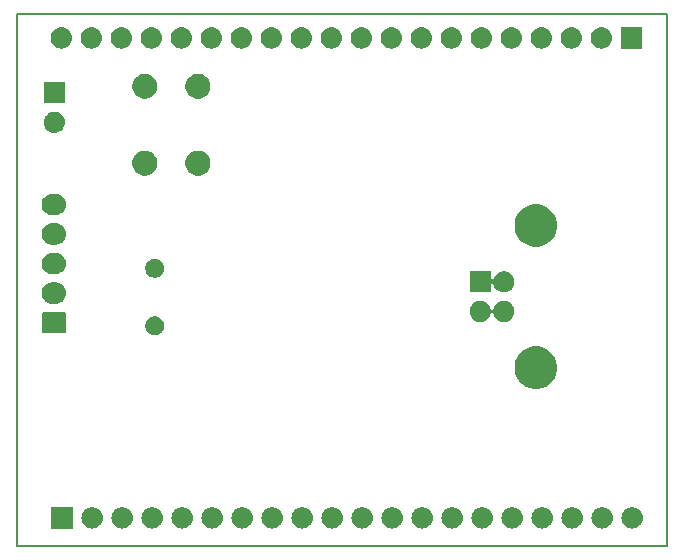
<source format=gbs>
G04 #@! TF.GenerationSoftware,KiCad,Pcbnew,5.0.2-bee76a0~70~ubuntu18.04.1*
G04 #@! TF.CreationDate,2019-10-04T10:46:57+02:00*
G04 #@! TF.ProjectId,STM32F373_Dev_Board,53544d33-3246-4333-9733-5f4465765f42,rev?*
G04 #@! TF.SameCoordinates,PX9104060PY5859300*
G04 #@! TF.FileFunction,Soldermask,Bot*
G04 #@! TF.FilePolarity,Negative*
%FSLAX46Y46*%
G04 Gerber Fmt 4.6, Leading zero omitted, Abs format (unit mm)*
G04 Created by KiCad (PCBNEW 5.0.2-bee76a0~70~ubuntu18.04.1) date Fr 04 Okt 2019 10:46:57 CEST*
%MOMM*%
%LPD*%
G01*
G04 APERTURE LIST*
%ADD10C,0.150000*%
G04 APERTURE END LIST*
D10*
X-52060000Y42640000D02*
X2940000Y42640000D01*
X-52060000Y-2360000D02*
X-52060000Y42640000D01*
X2940000Y-2360000D02*
X-52060000Y-2360000D01*
X2940000Y42640000D02*
X2940000Y-2360000D01*
G36*
X-12589557Y894481D02*
X-12523373Y887963D01*
X-12410147Y853616D01*
X-12353533Y836443D01*
X-12214913Y762348D01*
X-12197009Y752778D01*
X-12161271Y723448D01*
X-12059814Y640186D01*
X-11976552Y538729D01*
X-11947222Y502991D01*
X-11947221Y502989D01*
X-11863557Y346467D01*
X-11863557Y346466D01*
X-11812037Y176627D01*
X-11794641Y0D01*
X-11812037Y-176627D01*
X-11846384Y-289853D01*
X-11863557Y-346467D01*
X-11937652Y-485087D01*
X-11947222Y-502991D01*
X-11976552Y-538729D01*
X-12059814Y-640186D01*
X-12161271Y-723448D01*
X-12197009Y-752778D01*
X-12197011Y-752779D01*
X-12353533Y-836443D01*
X-12410147Y-853616D01*
X-12523373Y-887963D01*
X-12589558Y-894482D01*
X-12655740Y-901000D01*
X-12744260Y-901000D01*
X-12810443Y-894481D01*
X-12876627Y-887963D01*
X-12989853Y-853616D01*
X-13046467Y-836443D01*
X-13202989Y-752779D01*
X-13202991Y-752778D01*
X-13238729Y-723448D01*
X-13340186Y-640186D01*
X-13423448Y-538729D01*
X-13452778Y-502991D01*
X-13462348Y-485087D01*
X-13536443Y-346467D01*
X-13553616Y-289853D01*
X-13587963Y-176627D01*
X-13605359Y0D01*
X-13587963Y176627D01*
X-13536443Y346466D01*
X-13536443Y346467D01*
X-13452779Y502989D01*
X-13452778Y502991D01*
X-13423448Y538729D01*
X-13340186Y640186D01*
X-13238729Y723448D01*
X-13202991Y752778D01*
X-13185087Y762348D01*
X-13046467Y836443D01*
X-12989853Y853616D01*
X-12876627Y887963D01*
X-12810443Y894481D01*
X-12744260Y901000D01*
X-12655740Y901000D01*
X-12589557Y894481D01*
X-12589557Y894481D01*
G37*
G36*
X-20209557Y894481D02*
X-20143373Y887963D01*
X-20030147Y853616D01*
X-19973533Y836443D01*
X-19834913Y762348D01*
X-19817009Y752778D01*
X-19781271Y723448D01*
X-19679814Y640186D01*
X-19596552Y538729D01*
X-19567222Y502991D01*
X-19567221Y502989D01*
X-19483557Y346467D01*
X-19483557Y346466D01*
X-19432037Y176627D01*
X-19414641Y0D01*
X-19432037Y-176627D01*
X-19466384Y-289853D01*
X-19483557Y-346467D01*
X-19557652Y-485087D01*
X-19567222Y-502991D01*
X-19596552Y-538729D01*
X-19679814Y-640186D01*
X-19781271Y-723448D01*
X-19817009Y-752778D01*
X-19817011Y-752779D01*
X-19973533Y-836443D01*
X-20030147Y-853616D01*
X-20143373Y-887963D01*
X-20209558Y-894482D01*
X-20275740Y-901000D01*
X-20364260Y-901000D01*
X-20430443Y-894481D01*
X-20496627Y-887963D01*
X-20609853Y-853616D01*
X-20666467Y-836443D01*
X-20822989Y-752779D01*
X-20822991Y-752778D01*
X-20858729Y-723448D01*
X-20960186Y-640186D01*
X-21043448Y-538729D01*
X-21072778Y-502991D01*
X-21082348Y-485087D01*
X-21156443Y-346467D01*
X-21173616Y-289853D01*
X-21207963Y-176627D01*
X-21225359Y0D01*
X-21207963Y176627D01*
X-21156443Y346466D01*
X-21156443Y346467D01*
X-21072779Y502989D01*
X-21072778Y502991D01*
X-21043448Y538729D01*
X-20960186Y640186D01*
X-20858729Y723448D01*
X-20822991Y752778D01*
X-20805087Y762348D01*
X-20666467Y836443D01*
X-20609853Y853616D01*
X-20496627Y887963D01*
X-20430443Y894481D01*
X-20364260Y901000D01*
X-20275740Y901000D01*
X-20209557Y894481D01*
X-20209557Y894481D01*
G37*
G36*
X-2429557Y894481D02*
X-2363373Y887963D01*
X-2250147Y853616D01*
X-2193533Y836443D01*
X-2054913Y762348D01*
X-2037009Y752778D01*
X-2001271Y723448D01*
X-1899814Y640186D01*
X-1816552Y538729D01*
X-1787222Y502991D01*
X-1787221Y502989D01*
X-1703557Y346467D01*
X-1703557Y346466D01*
X-1652037Y176627D01*
X-1634641Y0D01*
X-1652037Y-176627D01*
X-1686384Y-289853D01*
X-1703557Y-346467D01*
X-1777652Y-485087D01*
X-1787222Y-502991D01*
X-1816552Y-538729D01*
X-1899814Y-640186D01*
X-2001271Y-723448D01*
X-2037009Y-752778D01*
X-2037011Y-752779D01*
X-2193533Y-836443D01*
X-2250147Y-853616D01*
X-2363373Y-887963D01*
X-2429558Y-894482D01*
X-2495740Y-901000D01*
X-2584260Y-901000D01*
X-2650443Y-894481D01*
X-2716627Y-887963D01*
X-2829853Y-853616D01*
X-2886467Y-836443D01*
X-3042989Y-752779D01*
X-3042991Y-752778D01*
X-3078729Y-723448D01*
X-3180186Y-640186D01*
X-3263448Y-538729D01*
X-3292778Y-502991D01*
X-3302348Y-485087D01*
X-3376443Y-346467D01*
X-3393616Y-289853D01*
X-3427963Y-176627D01*
X-3445359Y0D01*
X-3427963Y176627D01*
X-3376443Y346466D01*
X-3376443Y346467D01*
X-3292779Y502989D01*
X-3292778Y502991D01*
X-3263448Y538729D01*
X-3180186Y640186D01*
X-3078729Y723448D01*
X-3042991Y752778D01*
X-3025087Y762348D01*
X-2886467Y836443D01*
X-2829853Y853616D01*
X-2716627Y887963D01*
X-2650443Y894481D01*
X-2584260Y901000D01*
X-2495740Y901000D01*
X-2429557Y894481D01*
X-2429557Y894481D01*
G37*
G36*
X-4969557Y894481D02*
X-4903373Y887963D01*
X-4790147Y853616D01*
X-4733533Y836443D01*
X-4594913Y762348D01*
X-4577009Y752778D01*
X-4541271Y723448D01*
X-4439814Y640186D01*
X-4356552Y538729D01*
X-4327222Y502991D01*
X-4327221Y502989D01*
X-4243557Y346467D01*
X-4243557Y346466D01*
X-4192037Y176627D01*
X-4174641Y0D01*
X-4192037Y-176627D01*
X-4226384Y-289853D01*
X-4243557Y-346467D01*
X-4317652Y-485087D01*
X-4327222Y-502991D01*
X-4356552Y-538729D01*
X-4439814Y-640186D01*
X-4541271Y-723448D01*
X-4577009Y-752778D01*
X-4577011Y-752779D01*
X-4733533Y-836443D01*
X-4790147Y-853616D01*
X-4903373Y-887963D01*
X-4969558Y-894482D01*
X-5035740Y-901000D01*
X-5124260Y-901000D01*
X-5190443Y-894481D01*
X-5256627Y-887963D01*
X-5369853Y-853616D01*
X-5426467Y-836443D01*
X-5582989Y-752779D01*
X-5582991Y-752778D01*
X-5618729Y-723448D01*
X-5720186Y-640186D01*
X-5803448Y-538729D01*
X-5832778Y-502991D01*
X-5842348Y-485087D01*
X-5916443Y-346467D01*
X-5933616Y-289853D01*
X-5967963Y-176627D01*
X-5985359Y0D01*
X-5967963Y176627D01*
X-5916443Y346466D01*
X-5916443Y346467D01*
X-5832779Y502989D01*
X-5832778Y502991D01*
X-5803448Y538729D01*
X-5720186Y640186D01*
X-5618729Y723448D01*
X-5582991Y752778D01*
X-5565087Y762348D01*
X-5426467Y836443D01*
X-5369853Y853616D01*
X-5256627Y887963D01*
X-5190443Y894481D01*
X-5124260Y901000D01*
X-5035740Y901000D01*
X-4969557Y894481D01*
X-4969557Y894481D01*
G37*
G36*
X-7509557Y894481D02*
X-7443373Y887963D01*
X-7330147Y853616D01*
X-7273533Y836443D01*
X-7134913Y762348D01*
X-7117009Y752778D01*
X-7081271Y723448D01*
X-6979814Y640186D01*
X-6896552Y538729D01*
X-6867222Y502991D01*
X-6867221Y502989D01*
X-6783557Y346467D01*
X-6783557Y346466D01*
X-6732037Y176627D01*
X-6714641Y0D01*
X-6732037Y-176627D01*
X-6766384Y-289853D01*
X-6783557Y-346467D01*
X-6857652Y-485087D01*
X-6867222Y-502991D01*
X-6896552Y-538729D01*
X-6979814Y-640186D01*
X-7081271Y-723448D01*
X-7117009Y-752778D01*
X-7117011Y-752779D01*
X-7273533Y-836443D01*
X-7330147Y-853616D01*
X-7443373Y-887963D01*
X-7509558Y-894482D01*
X-7575740Y-901000D01*
X-7664260Y-901000D01*
X-7730443Y-894481D01*
X-7796627Y-887963D01*
X-7909853Y-853616D01*
X-7966467Y-836443D01*
X-8122989Y-752779D01*
X-8122991Y-752778D01*
X-8158729Y-723448D01*
X-8260186Y-640186D01*
X-8343448Y-538729D01*
X-8372778Y-502991D01*
X-8382348Y-485087D01*
X-8456443Y-346467D01*
X-8473616Y-289853D01*
X-8507963Y-176627D01*
X-8525359Y0D01*
X-8507963Y176627D01*
X-8456443Y346466D01*
X-8456443Y346467D01*
X-8372779Y502989D01*
X-8372778Y502991D01*
X-8343448Y538729D01*
X-8260186Y640186D01*
X-8158729Y723448D01*
X-8122991Y752778D01*
X-8105087Y762348D01*
X-7966467Y836443D01*
X-7909853Y853616D01*
X-7796627Y887963D01*
X-7730443Y894481D01*
X-7664260Y901000D01*
X-7575740Y901000D01*
X-7509557Y894481D01*
X-7509557Y894481D01*
G37*
G36*
X-10049557Y894481D02*
X-9983373Y887963D01*
X-9870147Y853616D01*
X-9813533Y836443D01*
X-9674913Y762348D01*
X-9657009Y752778D01*
X-9621271Y723448D01*
X-9519814Y640186D01*
X-9436552Y538729D01*
X-9407222Y502991D01*
X-9407221Y502989D01*
X-9323557Y346467D01*
X-9323557Y346466D01*
X-9272037Y176627D01*
X-9254641Y0D01*
X-9272037Y-176627D01*
X-9306384Y-289853D01*
X-9323557Y-346467D01*
X-9397652Y-485087D01*
X-9407222Y-502991D01*
X-9436552Y-538729D01*
X-9519814Y-640186D01*
X-9621271Y-723448D01*
X-9657009Y-752778D01*
X-9657011Y-752779D01*
X-9813533Y-836443D01*
X-9870147Y-853616D01*
X-9983373Y-887963D01*
X-10049558Y-894482D01*
X-10115740Y-901000D01*
X-10204260Y-901000D01*
X-10270443Y-894481D01*
X-10336627Y-887963D01*
X-10449853Y-853616D01*
X-10506467Y-836443D01*
X-10662989Y-752779D01*
X-10662991Y-752778D01*
X-10698729Y-723448D01*
X-10800186Y-640186D01*
X-10883448Y-538729D01*
X-10912778Y-502991D01*
X-10922348Y-485087D01*
X-10996443Y-346467D01*
X-11013616Y-289853D01*
X-11047963Y-176627D01*
X-11065359Y0D01*
X-11047963Y176627D01*
X-10996443Y346466D01*
X-10996443Y346467D01*
X-10912779Y502989D01*
X-10912778Y502991D01*
X-10883448Y538729D01*
X-10800186Y640186D01*
X-10698729Y723448D01*
X-10662991Y752778D01*
X-10645087Y762348D01*
X-10506467Y836443D01*
X-10449853Y853616D01*
X-10336627Y887963D01*
X-10270443Y894481D01*
X-10204260Y901000D01*
X-10115740Y901000D01*
X-10049557Y894481D01*
X-10049557Y894481D01*
G37*
G36*
X110443Y894481D02*
X176627Y887963D01*
X289853Y853616D01*
X346467Y836443D01*
X485087Y762348D01*
X502991Y752778D01*
X538729Y723448D01*
X640186Y640186D01*
X723448Y538729D01*
X752778Y502991D01*
X752779Y502989D01*
X836443Y346467D01*
X836443Y346466D01*
X887963Y176627D01*
X905359Y0D01*
X887963Y-176627D01*
X853616Y-289853D01*
X836443Y-346467D01*
X762348Y-485087D01*
X752778Y-502991D01*
X723448Y-538729D01*
X640186Y-640186D01*
X538729Y-723448D01*
X502991Y-752778D01*
X502989Y-752779D01*
X346467Y-836443D01*
X289853Y-853616D01*
X176627Y-887963D01*
X110442Y-894482D01*
X44260Y-901000D01*
X-44260Y-901000D01*
X-110443Y-894481D01*
X-176627Y-887963D01*
X-289853Y-853616D01*
X-346467Y-836443D01*
X-502989Y-752779D01*
X-502991Y-752778D01*
X-538729Y-723448D01*
X-640186Y-640186D01*
X-723448Y-538729D01*
X-752778Y-502991D01*
X-762348Y-485087D01*
X-836443Y-346467D01*
X-853616Y-289853D01*
X-887963Y-176627D01*
X-905359Y0D01*
X-887963Y176627D01*
X-836443Y346466D01*
X-836443Y346467D01*
X-752779Y502989D01*
X-752778Y502991D01*
X-723448Y538729D01*
X-640186Y640186D01*
X-538729Y723448D01*
X-502991Y752778D01*
X-485087Y762348D01*
X-346467Y836443D01*
X-289853Y853616D01*
X-176627Y887963D01*
X-110443Y894481D01*
X-44260Y901000D01*
X44260Y901000D01*
X110443Y894481D01*
X110443Y894481D01*
G37*
G36*
X-15129557Y894481D02*
X-15063373Y887963D01*
X-14950147Y853616D01*
X-14893533Y836443D01*
X-14754913Y762348D01*
X-14737009Y752778D01*
X-14701271Y723448D01*
X-14599814Y640186D01*
X-14516552Y538729D01*
X-14487222Y502991D01*
X-14487221Y502989D01*
X-14403557Y346467D01*
X-14403557Y346466D01*
X-14352037Y176627D01*
X-14334641Y0D01*
X-14352037Y-176627D01*
X-14386384Y-289853D01*
X-14403557Y-346467D01*
X-14477652Y-485087D01*
X-14487222Y-502991D01*
X-14516552Y-538729D01*
X-14599814Y-640186D01*
X-14701271Y-723448D01*
X-14737009Y-752778D01*
X-14737011Y-752779D01*
X-14893533Y-836443D01*
X-14950147Y-853616D01*
X-15063373Y-887963D01*
X-15129558Y-894482D01*
X-15195740Y-901000D01*
X-15284260Y-901000D01*
X-15350443Y-894481D01*
X-15416627Y-887963D01*
X-15529853Y-853616D01*
X-15586467Y-836443D01*
X-15742989Y-752779D01*
X-15742991Y-752778D01*
X-15778729Y-723448D01*
X-15880186Y-640186D01*
X-15963448Y-538729D01*
X-15992778Y-502991D01*
X-16002348Y-485087D01*
X-16076443Y-346467D01*
X-16093616Y-289853D01*
X-16127963Y-176627D01*
X-16145359Y0D01*
X-16127963Y176627D01*
X-16076443Y346466D01*
X-16076443Y346467D01*
X-15992779Y502989D01*
X-15992778Y502991D01*
X-15963448Y538729D01*
X-15880186Y640186D01*
X-15778729Y723448D01*
X-15742991Y752778D01*
X-15725087Y762348D01*
X-15586467Y836443D01*
X-15529853Y853616D01*
X-15416627Y887963D01*
X-15350443Y894481D01*
X-15284260Y901000D01*
X-15195740Y901000D01*
X-15129557Y894481D01*
X-15129557Y894481D01*
G37*
G36*
X-17669557Y894481D02*
X-17603373Y887963D01*
X-17490147Y853616D01*
X-17433533Y836443D01*
X-17294913Y762348D01*
X-17277009Y752778D01*
X-17241271Y723448D01*
X-17139814Y640186D01*
X-17056552Y538729D01*
X-17027222Y502991D01*
X-17027221Y502989D01*
X-16943557Y346467D01*
X-16943557Y346466D01*
X-16892037Y176627D01*
X-16874641Y0D01*
X-16892037Y-176627D01*
X-16926384Y-289853D01*
X-16943557Y-346467D01*
X-17017652Y-485087D01*
X-17027222Y-502991D01*
X-17056552Y-538729D01*
X-17139814Y-640186D01*
X-17241271Y-723448D01*
X-17277009Y-752778D01*
X-17277011Y-752779D01*
X-17433533Y-836443D01*
X-17490147Y-853616D01*
X-17603373Y-887963D01*
X-17669558Y-894482D01*
X-17735740Y-901000D01*
X-17824260Y-901000D01*
X-17890443Y-894481D01*
X-17956627Y-887963D01*
X-18069853Y-853616D01*
X-18126467Y-836443D01*
X-18282989Y-752779D01*
X-18282991Y-752778D01*
X-18318729Y-723448D01*
X-18420186Y-640186D01*
X-18503448Y-538729D01*
X-18532778Y-502991D01*
X-18542348Y-485087D01*
X-18616443Y-346467D01*
X-18633616Y-289853D01*
X-18667963Y-176627D01*
X-18685359Y0D01*
X-18667963Y176627D01*
X-18616443Y346466D01*
X-18616443Y346467D01*
X-18532779Y502989D01*
X-18532778Y502991D01*
X-18503448Y538729D01*
X-18420186Y640186D01*
X-18318729Y723448D01*
X-18282991Y752778D01*
X-18265087Y762348D01*
X-18126467Y836443D01*
X-18069853Y853616D01*
X-17956627Y887963D01*
X-17890443Y894481D01*
X-17824260Y901000D01*
X-17735740Y901000D01*
X-17669557Y894481D01*
X-17669557Y894481D01*
G37*
G36*
X-47359000Y-901000D02*
X-49161000Y-901000D01*
X-49161000Y901000D01*
X-47359000Y901000D01*
X-47359000Y-901000D01*
X-47359000Y-901000D01*
G37*
G36*
X-25289557Y894481D02*
X-25223373Y887963D01*
X-25110147Y853616D01*
X-25053533Y836443D01*
X-24914913Y762348D01*
X-24897009Y752778D01*
X-24861271Y723448D01*
X-24759814Y640186D01*
X-24676552Y538729D01*
X-24647222Y502991D01*
X-24647221Y502989D01*
X-24563557Y346467D01*
X-24563557Y346466D01*
X-24512037Y176627D01*
X-24494641Y0D01*
X-24512037Y-176627D01*
X-24546384Y-289853D01*
X-24563557Y-346467D01*
X-24637652Y-485087D01*
X-24647222Y-502991D01*
X-24676552Y-538729D01*
X-24759814Y-640186D01*
X-24861271Y-723448D01*
X-24897009Y-752778D01*
X-24897011Y-752779D01*
X-25053533Y-836443D01*
X-25110147Y-853616D01*
X-25223373Y-887963D01*
X-25289558Y-894482D01*
X-25355740Y-901000D01*
X-25444260Y-901000D01*
X-25510443Y-894481D01*
X-25576627Y-887963D01*
X-25689853Y-853616D01*
X-25746467Y-836443D01*
X-25902989Y-752779D01*
X-25902991Y-752778D01*
X-25938729Y-723448D01*
X-26040186Y-640186D01*
X-26123448Y-538729D01*
X-26152778Y-502991D01*
X-26162348Y-485087D01*
X-26236443Y-346467D01*
X-26253616Y-289853D01*
X-26287963Y-176627D01*
X-26305359Y0D01*
X-26287963Y176627D01*
X-26236443Y346466D01*
X-26236443Y346467D01*
X-26152779Y502989D01*
X-26152778Y502991D01*
X-26123448Y538729D01*
X-26040186Y640186D01*
X-25938729Y723448D01*
X-25902991Y752778D01*
X-25885087Y762348D01*
X-25746467Y836443D01*
X-25689853Y853616D01*
X-25576627Y887963D01*
X-25510443Y894481D01*
X-25444260Y901000D01*
X-25355740Y901000D01*
X-25289557Y894481D01*
X-25289557Y894481D01*
G37*
G36*
X-45609557Y894481D02*
X-45543373Y887963D01*
X-45430147Y853616D01*
X-45373533Y836443D01*
X-45234913Y762348D01*
X-45217009Y752778D01*
X-45181271Y723448D01*
X-45079814Y640186D01*
X-44996552Y538729D01*
X-44967222Y502991D01*
X-44967221Y502989D01*
X-44883557Y346467D01*
X-44883557Y346466D01*
X-44832037Y176627D01*
X-44814641Y0D01*
X-44832037Y-176627D01*
X-44866384Y-289853D01*
X-44883557Y-346467D01*
X-44957652Y-485087D01*
X-44967222Y-502991D01*
X-44996552Y-538729D01*
X-45079814Y-640186D01*
X-45181271Y-723448D01*
X-45217009Y-752778D01*
X-45217011Y-752779D01*
X-45373533Y-836443D01*
X-45430147Y-853616D01*
X-45543373Y-887963D01*
X-45609557Y-894481D01*
X-45675740Y-901000D01*
X-45764260Y-901000D01*
X-45830443Y-894481D01*
X-45896627Y-887963D01*
X-46009853Y-853616D01*
X-46066467Y-836443D01*
X-46222989Y-752779D01*
X-46222991Y-752778D01*
X-46258729Y-723448D01*
X-46360186Y-640186D01*
X-46443448Y-538729D01*
X-46472778Y-502991D01*
X-46482348Y-485087D01*
X-46556443Y-346467D01*
X-46573616Y-289853D01*
X-46607963Y-176627D01*
X-46625359Y0D01*
X-46607963Y176627D01*
X-46556443Y346466D01*
X-46556443Y346467D01*
X-46472779Y502989D01*
X-46472778Y502991D01*
X-46443448Y538729D01*
X-46360186Y640186D01*
X-46258729Y723448D01*
X-46222991Y752778D01*
X-46205087Y762348D01*
X-46066467Y836443D01*
X-46009853Y853616D01*
X-45896627Y887963D01*
X-45830443Y894481D01*
X-45764260Y901000D01*
X-45675740Y901000D01*
X-45609557Y894481D01*
X-45609557Y894481D01*
G37*
G36*
X-43069557Y894481D02*
X-43003373Y887963D01*
X-42890147Y853616D01*
X-42833533Y836443D01*
X-42694913Y762348D01*
X-42677009Y752778D01*
X-42641271Y723448D01*
X-42539814Y640186D01*
X-42456552Y538729D01*
X-42427222Y502991D01*
X-42427221Y502989D01*
X-42343557Y346467D01*
X-42343557Y346466D01*
X-42292037Y176627D01*
X-42274641Y0D01*
X-42292037Y-176627D01*
X-42326384Y-289853D01*
X-42343557Y-346467D01*
X-42417652Y-485087D01*
X-42427222Y-502991D01*
X-42456552Y-538729D01*
X-42539814Y-640186D01*
X-42641271Y-723448D01*
X-42677009Y-752778D01*
X-42677011Y-752779D01*
X-42833533Y-836443D01*
X-42890147Y-853616D01*
X-43003373Y-887963D01*
X-43069557Y-894481D01*
X-43135740Y-901000D01*
X-43224260Y-901000D01*
X-43290443Y-894481D01*
X-43356627Y-887963D01*
X-43469853Y-853616D01*
X-43526467Y-836443D01*
X-43682989Y-752779D01*
X-43682991Y-752778D01*
X-43718729Y-723448D01*
X-43820186Y-640186D01*
X-43903448Y-538729D01*
X-43932778Y-502991D01*
X-43942348Y-485087D01*
X-44016443Y-346467D01*
X-44033616Y-289853D01*
X-44067963Y-176627D01*
X-44085359Y0D01*
X-44067963Y176627D01*
X-44016443Y346466D01*
X-44016443Y346467D01*
X-43932779Y502989D01*
X-43932778Y502991D01*
X-43903448Y538729D01*
X-43820186Y640186D01*
X-43718729Y723448D01*
X-43682991Y752778D01*
X-43665087Y762348D01*
X-43526467Y836443D01*
X-43469853Y853616D01*
X-43356627Y887963D01*
X-43290443Y894481D01*
X-43224260Y901000D01*
X-43135740Y901000D01*
X-43069557Y894481D01*
X-43069557Y894481D01*
G37*
G36*
X-40529557Y894481D02*
X-40463373Y887963D01*
X-40350147Y853616D01*
X-40293533Y836443D01*
X-40154913Y762348D01*
X-40137009Y752778D01*
X-40101271Y723448D01*
X-39999814Y640186D01*
X-39916552Y538729D01*
X-39887222Y502991D01*
X-39887221Y502989D01*
X-39803557Y346467D01*
X-39803557Y346466D01*
X-39752037Y176627D01*
X-39734641Y0D01*
X-39752037Y-176627D01*
X-39786384Y-289853D01*
X-39803557Y-346467D01*
X-39877652Y-485087D01*
X-39887222Y-502991D01*
X-39916552Y-538729D01*
X-39999814Y-640186D01*
X-40101271Y-723448D01*
X-40137009Y-752778D01*
X-40137011Y-752779D01*
X-40293533Y-836443D01*
X-40350147Y-853616D01*
X-40463373Y-887963D01*
X-40529557Y-894481D01*
X-40595740Y-901000D01*
X-40684260Y-901000D01*
X-40750443Y-894481D01*
X-40816627Y-887963D01*
X-40929853Y-853616D01*
X-40986467Y-836443D01*
X-41142989Y-752779D01*
X-41142991Y-752778D01*
X-41178729Y-723448D01*
X-41280186Y-640186D01*
X-41363448Y-538729D01*
X-41392778Y-502991D01*
X-41402348Y-485087D01*
X-41476443Y-346467D01*
X-41493616Y-289853D01*
X-41527963Y-176627D01*
X-41545359Y0D01*
X-41527963Y176627D01*
X-41476443Y346466D01*
X-41476443Y346467D01*
X-41392779Y502989D01*
X-41392778Y502991D01*
X-41363448Y538729D01*
X-41280186Y640186D01*
X-41178729Y723448D01*
X-41142991Y752778D01*
X-41125087Y762348D01*
X-40986467Y836443D01*
X-40929853Y853616D01*
X-40816627Y887963D01*
X-40750443Y894481D01*
X-40684260Y901000D01*
X-40595740Y901000D01*
X-40529557Y894481D01*
X-40529557Y894481D01*
G37*
G36*
X-37989557Y894481D02*
X-37923373Y887963D01*
X-37810147Y853616D01*
X-37753533Y836443D01*
X-37614913Y762348D01*
X-37597009Y752778D01*
X-37561271Y723448D01*
X-37459814Y640186D01*
X-37376552Y538729D01*
X-37347222Y502991D01*
X-37347221Y502989D01*
X-37263557Y346467D01*
X-37263557Y346466D01*
X-37212037Y176627D01*
X-37194641Y0D01*
X-37212037Y-176627D01*
X-37246384Y-289853D01*
X-37263557Y-346467D01*
X-37337652Y-485087D01*
X-37347222Y-502991D01*
X-37376552Y-538729D01*
X-37459814Y-640186D01*
X-37561271Y-723448D01*
X-37597009Y-752778D01*
X-37597011Y-752779D01*
X-37753533Y-836443D01*
X-37810147Y-853616D01*
X-37923373Y-887963D01*
X-37989557Y-894481D01*
X-38055740Y-901000D01*
X-38144260Y-901000D01*
X-38210443Y-894481D01*
X-38276627Y-887963D01*
X-38389853Y-853616D01*
X-38446467Y-836443D01*
X-38602989Y-752779D01*
X-38602991Y-752778D01*
X-38638729Y-723448D01*
X-38740186Y-640186D01*
X-38823448Y-538729D01*
X-38852778Y-502991D01*
X-38862348Y-485087D01*
X-38936443Y-346467D01*
X-38953616Y-289853D01*
X-38987963Y-176627D01*
X-39005359Y0D01*
X-38987963Y176627D01*
X-38936443Y346466D01*
X-38936443Y346467D01*
X-38852779Y502989D01*
X-38852778Y502991D01*
X-38823448Y538729D01*
X-38740186Y640186D01*
X-38638729Y723448D01*
X-38602991Y752778D01*
X-38585087Y762348D01*
X-38446467Y836443D01*
X-38389853Y853616D01*
X-38276627Y887963D01*
X-38210443Y894481D01*
X-38144260Y901000D01*
X-38055740Y901000D01*
X-37989557Y894481D01*
X-37989557Y894481D01*
G37*
G36*
X-35449557Y894481D02*
X-35383373Y887963D01*
X-35270147Y853616D01*
X-35213533Y836443D01*
X-35074913Y762348D01*
X-35057009Y752778D01*
X-35021271Y723448D01*
X-34919814Y640186D01*
X-34836552Y538729D01*
X-34807222Y502991D01*
X-34807221Y502989D01*
X-34723557Y346467D01*
X-34723557Y346466D01*
X-34672037Y176627D01*
X-34654641Y0D01*
X-34672037Y-176627D01*
X-34706384Y-289853D01*
X-34723557Y-346467D01*
X-34797652Y-485087D01*
X-34807222Y-502991D01*
X-34836552Y-538729D01*
X-34919814Y-640186D01*
X-35021271Y-723448D01*
X-35057009Y-752778D01*
X-35057011Y-752779D01*
X-35213533Y-836443D01*
X-35270147Y-853616D01*
X-35383373Y-887963D01*
X-35449557Y-894481D01*
X-35515740Y-901000D01*
X-35604260Y-901000D01*
X-35670443Y-894481D01*
X-35736627Y-887963D01*
X-35849853Y-853616D01*
X-35906467Y-836443D01*
X-36062989Y-752779D01*
X-36062991Y-752778D01*
X-36098729Y-723448D01*
X-36200186Y-640186D01*
X-36283448Y-538729D01*
X-36312778Y-502991D01*
X-36322348Y-485087D01*
X-36396443Y-346467D01*
X-36413616Y-289853D01*
X-36447963Y-176627D01*
X-36465359Y0D01*
X-36447963Y176627D01*
X-36396443Y346466D01*
X-36396443Y346467D01*
X-36312779Y502989D01*
X-36312778Y502991D01*
X-36283448Y538729D01*
X-36200186Y640186D01*
X-36098729Y723448D01*
X-36062991Y752778D01*
X-36045087Y762348D01*
X-35906467Y836443D01*
X-35849853Y853616D01*
X-35736627Y887963D01*
X-35670443Y894481D01*
X-35604260Y901000D01*
X-35515740Y901000D01*
X-35449557Y894481D01*
X-35449557Y894481D01*
G37*
G36*
X-32909557Y894481D02*
X-32843373Y887963D01*
X-32730147Y853616D01*
X-32673533Y836443D01*
X-32534913Y762348D01*
X-32517009Y752778D01*
X-32481271Y723448D01*
X-32379814Y640186D01*
X-32296552Y538729D01*
X-32267222Y502991D01*
X-32267221Y502989D01*
X-32183557Y346467D01*
X-32183557Y346466D01*
X-32132037Y176627D01*
X-32114641Y0D01*
X-32132037Y-176627D01*
X-32166384Y-289853D01*
X-32183557Y-346467D01*
X-32257652Y-485087D01*
X-32267222Y-502991D01*
X-32296552Y-538729D01*
X-32379814Y-640186D01*
X-32481271Y-723448D01*
X-32517009Y-752778D01*
X-32517011Y-752779D01*
X-32673533Y-836443D01*
X-32730147Y-853616D01*
X-32843373Y-887963D01*
X-32909557Y-894481D01*
X-32975740Y-901000D01*
X-33064260Y-901000D01*
X-33130443Y-894481D01*
X-33196627Y-887963D01*
X-33309853Y-853616D01*
X-33366467Y-836443D01*
X-33522989Y-752779D01*
X-33522991Y-752778D01*
X-33558729Y-723448D01*
X-33660186Y-640186D01*
X-33743448Y-538729D01*
X-33772778Y-502991D01*
X-33782348Y-485087D01*
X-33856443Y-346467D01*
X-33873616Y-289853D01*
X-33907963Y-176627D01*
X-33925359Y0D01*
X-33907963Y176627D01*
X-33856443Y346466D01*
X-33856443Y346467D01*
X-33772779Y502989D01*
X-33772778Y502991D01*
X-33743448Y538729D01*
X-33660186Y640186D01*
X-33558729Y723448D01*
X-33522991Y752778D01*
X-33505087Y762348D01*
X-33366467Y836443D01*
X-33309853Y853616D01*
X-33196627Y887963D01*
X-33130443Y894481D01*
X-33064260Y901000D01*
X-32975740Y901000D01*
X-32909557Y894481D01*
X-32909557Y894481D01*
G37*
G36*
X-30369557Y894481D02*
X-30303373Y887963D01*
X-30190147Y853616D01*
X-30133533Y836443D01*
X-29994913Y762348D01*
X-29977009Y752778D01*
X-29941271Y723448D01*
X-29839814Y640186D01*
X-29756552Y538729D01*
X-29727222Y502991D01*
X-29727221Y502989D01*
X-29643557Y346467D01*
X-29643557Y346466D01*
X-29592037Y176627D01*
X-29574641Y0D01*
X-29592037Y-176627D01*
X-29626384Y-289853D01*
X-29643557Y-346467D01*
X-29717652Y-485087D01*
X-29727222Y-502991D01*
X-29756552Y-538729D01*
X-29839814Y-640186D01*
X-29941271Y-723448D01*
X-29977009Y-752778D01*
X-29977011Y-752779D01*
X-30133533Y-836443D01*
X-30190147Y-853616D01*
X-30303373Y-887963D01*
X-30369557Y-894481D01*
X-30435740Y-901000D01*
X-30524260Y-901000D01*
X-30590443Y-894481D01*
X-30656627Y-887963D01*
X-30769853Y-853616D01*
X-30826467Y-836443D01*
X-30982989Y-752779D01*
X-30982991Y-752778D01*
X-31018729Y-723448D01*
X-31120186Y-640186D01*
X-31203448Y-538729D01*
X-31232778Y-502991D01*
X-31242348Y-485087D01*
X-31316443Y-346467D01*
X-31333616Y-289853D01*
X-31367963Y-176627D01*
X-31385359Y0D01*
X-31367963Y176627D01*
X-31316443Y346466D01*
X-31316443Y346467D01*
X-31232779Y502989D01*
X-31232778Y502991D01*
X-31203448Y538729D01*
X-31120186Y640186D01*
X-31018729Y723448D01*
X-30982991Y752778D01*
X-30965087Y762348D01*
X-30826467Y836443D01*
X-30769853Y853616D01*
X-30656627Y887963D01*
X-30590443Y894481D01*
X-30524260Y901000D01*
X-30435740Y901000D01*
X-30369557Y894481D01*
X-30369557Y894481D01*
G37*
G36*
X-27829557Y894481D02*
X-27763373Y887963D01*
X-27650147Y853616D01*
X-27593533Y836443D01*
X-27454913Y762348D01*
X-27437009Y752778D01*
X-27401271Y723448D01*
X-27299814Y640186D01*
X-27216552Y538729D01*
X-27187222Y502991D01*
X-27187221Y502989D01*
X-27103557Y346467D01*
X-27103557Y346466D01*
X-27052037Y176627D01*
X-27034641Y0D01*
X-27052037Y-176627D01*
X-27086384Y-289853D01*
X-27103557Y-346467D01*
X-27177652Y-485087D01*
X-27187222Y-502991D01*
X-27216552Y-538729D01*
X-27299814Y-640186D01*
X-27401271Y-723448D01*
X-27437009Y-752778D01*
X-27437011Y-752779D01*
X-27593533Y-836443D01*
X-27650147Y-853616D01*
X-27763373Y-887963D01*
X-27829558Y-894482D01*
X-27895740Y-901000D01*
X-27984260Y-901000D01*
X-28050443Y-894481D01*
X-28116627Y-887963D01*
X-28229853Y-853616D01*
X-28286467Y-836443D01*
X-28442989Y-752779D01*
X-28442991Y-752778D01*
X-28478729Y-723448D01*
X-28580186Y-640186D01*
X-28663448Y-538729D01*
X-28692778Y-502991D01*
X-28702348Y-485087D01*
X-28776443Y-346467D01*
X-28793616Y-289853D01*
X-28827963Y-176627D01*
X-28845359Y0D01*
X-28827963Y176627D01*
X-28776443Y346466D01*
X-28776443Y346467D01*
X-28692779Y502989D01*
X-28692778Y502991D01*
X-28663448Y538729D01*
X-28580186Y640186D01*
X-28478729Y723448D01*
X-28442991Y752778D01*
X-28425087Y762348D01*
X-28286467Y836443D01*
X-28229853Y853616D01*
X-28116627Y887963D01*
X-28050443Y894481D01*
X-27984260Y901000D01*
X-27895740Y901000D01*
X-27829557Y894481D01*
X-27829557Y894481D01*
G37*
G36*
X-22749557Y894481D02*
X-22683373Y887963D01*
X-22570147Y853616D01*
X-22513533Y836443D01*
X-22374913Y762348D01*
X-22357009Y752778D01*
X-22321271Y723448D01*
X-22219814Y640186D01*
X-22136552Y538729D01*
X-22107222Y502991D01*
X-22107221Y502989D01*
X-22023557Y346467D01*
X-22023557Y346466D01*
X-21972037Y176627D01*
X-21954641Y0D01*
X-21972037Y-176627D01*
X-22006384Y-289853D01*
X-22023557Y-346467D01*
X-22097652Y-485087D01*
X-22107222Y-502991D01*
X-22136552Y-538729D01*
X-22219814Y-640186D01*
X-22321271Y-723448D01*
X-22357009Y-752778D01*
X-22357011Y-752779D01*
X-22513533Y-836443D01*
X-22570147Y-853616D01*
X-22683373Y-887963D01*
X-22749558Y-894482D01*
X-22815740Y-901000D01*
X-22904260Y-901000D01*
X-22970443Y-894481D01*
X-23036627Y-887963D01*
X-23149853Y-853616D01*
X-23206467Y-836443D01*
X-23362989Y-752779D01*
X-23362991Y-752778D01*
X-23398729Y-723448D01*
X-23500186Y-640186D01*
X-23583448Y-538729D01*
X-23612778Y-502991D01*
X-23622348Y-485087D01*
X-23696443Y-346467D01*
X-23713616Y-289853D01*
X-23747963Y-176627D01*
X-23765359Y0D01*
X-23747963Y176627D01*
X-23696443Y346466D01*
X-23696443Y346467D01*
X-23612779Y502989D01*
X-23612778Y502991D01*
X-23583448Y538729D01*
X-23500186Y640186D01*
X-23398729Y723448D01*
X-23362991Y752778D01*
X-23345087Y762348D01*
X-23206467Y836443D01*
X-23149853Y853616D01*
X-23036627Y887963D01*
X-22970443Y894481D01*
X-22904260Y901000D01*
X-22815740Y901000D01*
X-22749557Y894481D01*
X-22749557Y894481D01*
G37*
G36*
X-7624669Y14451789D02*
X-7296908Y14316026D01*
X-7001927Y14118926D01*
X-6751074Y13868073D01*
X-6553974Y13573092D01*
X-6418211Y13245331D01*
X-6349000Y12897384D01*
X-6349000Y12542616D01*
X-6418211Y12194669D01*
X-6553974Y11866908D01*
X-6751074Y11571927D01*
X-7001927Y11321074D01*
X-7296908Y11123974D01*
X-7624669Y10988211D01*
X-7972616Y10919000D01*
X-8327384Y10919000D01*
X-8675331Y10988211D01*
X-9003092Y11123974D01*
X-9298073Y11321074D01*
X-9548926Y11571927D01*
X-9746026Y11866908D01*
X-9881789Y12194669D01*
X-9951000Y12542616D01*
X-9951000Y12897384D01*
X-9881789Y13245331D01*
X-9746026Y13573092D01*
X-9548926Y13868073D01*
X-9298073Y14118926D01*
X-9003092Y14316026D01*
X-8675331Y14451789D01*
X-8327384Y14521000D01*
X-7972616Y14521000D01*
X-7624669Y14451789D01*
X-7624669Y14451789D01*
G37*
G36*
X-40176357Y17030219D02*
X-40030585Y16969838D01*
X-39899389Y16882176D01*
X-39787824Y16770611D01*
X-39700162Y16639415D01*
X-39639781Y16493643D01*
X-39609000Y16338893D01*
X-39609000Y16181107D01*
X-39639781Y16026357D01*
X-39700162Y15880585D01*
X-39787824Y15749389D01*
X-39899389Y15637824D01*
X-40030585Y15550162D01*
X-40176357Y15489781D01*
X-40331107Y15459000D01*
X-40488893Y15459000D01*
X-40643643Y15489781D01*
X-40789415Y15550162D01*
X-40920611Y15637824D01*
X-41032176Y15749389D01*
X-41119838Y15880585D01*
X-41180219Y16026357D01*
X-41211000Y16181107D01*
X-41211000Y16338893D01*
X-41180219Y16493643D01*
X-41119838Y16639415D01*
X-41032176Y16770611D01*
X-40920611Y16882176D01*
X-40789415Y16969838D01*
X-40643643Y17030219D01*
X-40488893Y17061000D01*
X-40331107Y17061000D01*
X-40176357Y17030219D01*
X-40176357Y17030219D01*
G37*
G36*
X-48076400Y17437011D02*
X-48043351Y17426986D01*
X-48012894Y17410706D01*
X-47986201Y17388799D01*
X-47964294Y17362106D01*
X-47948014Y17331649D01*
X-47937989Y17298600D01*
X-47934000Y17258096D01*
X-47934000Y15821904D01*
X-47937989Y15781400D01*
X-47948014Y15748351D01*
X-47964294Y15717894D01*
X-47986201Y15691201D01*
X-48012894Y15669294D01*
X-48043351Y15653014D01*
X-48076400Y15642989D01*
X-48116904Y15639000D01*
X-49803096Y15639000D01*
X-49843600Y15642989D01*
X-49876649Y15653014D01*
X-49907106Y15669294D01*
X-49933799Y15691201D01*
X-49955706Y15717894D01*
X-49971986Y15748351D01*
X-49982011Y15781400D01*
X-49986000Y15821904D01*
X-49986000Y17258096D01*
X-49982011Y17298600D01*
X-49971986Y17331649D01*
X-49955706Y17362106D01*
X-49933799Y17388799D01*
X-49907106Y17410706D01*
X-49876649Y17426986D01*
X-49843600Y17437011D01*
X-49803096Y17441000D01*
X-48116904Y17441000D01*
X-48076400Y17437011D01*
X-48076400Y17437011D01*
G37*
G36*
X-12597188Y18356376D02*
X-12433216Y18288456D01*
X-12285646Y18189853D01*
X-12160147Y18064354D01*
X-12061544Y17916784D01*
X-11993624Y17752812D01*
X-11982596Y17697367D01*
X-11975485Y17673926D01*
X-11963933Y17652315D01*
X-11948388Y17633373D01*
X-11929446Y17617828D01*
X-11907835Y17606277D01*
X-11884386Y17599164D01*
X-11860000Y17596762D01*
X-11835613Y17599164D01*
X-11812164Y17606277D01*
X-11790553Y17617829D01*
X-11771611Y17633374D01*
X-11756066Y17652316D01*
X-11744515Y17673927D01*
X-11737404Y17697367D01*
X-11726376Y17752812D01*
X-11658456Y17916784D01*
X-11559853Y18064354D01*
X-11434354Y18189853D01*
X-11286784Y18288456D01*
X-11122812Y18356376D01*
X-10948741Y18391000D01*
X-10771259Y18391000D01*
X-10597188Y18356376D01*
X-10433216Y18288456D01*
X-10285646Y18189853D01*
X-10160147Y18064354D01*
X-10061544Y17916784D01*
X-9993624Y17752812D01*
X-9959000Y17578741D01*
X-9959000Y17401259D01*
X-9993624Y17227188D01*
X-10061544Y17063216D01*
X-10160147Y16915646D01*
X-10285646Y16790147D01*
X-10433216Y16691544D01*
X-10597188Y16623624D01*
X-10771259Y16589000D01*
X-10948741Y16589000D01*
X-11122812Y16623624D01*
X-11286784Y16691544D01*
X-11434354Y16790147D01*
X-11559853Y16915646D01*
X-11658456Y17063216D01*
X-11726376Y17227188D01*
X-11737404Y17282633D01*
X-11744515Y17306074D01*
X-11756067Y17327685D01*
X-11771612Y17346627D01*
X-11790554Y17362172D01*
X-11812165Y17373723D01*
X-11835614Y17380836D01*
X-11860000Y17383238D01*
X-11884387Y17380836D01*
X-11907836Y17373723D01*
X-11929447Y17362171D01*
X-11948389Y17346626D01*
X-11963934Y17327684D01*
X-11975485Y17306073D01*
X-11982596Y17282633D01*
X-11993624Y17227188D01*
X-12061544Y17063216D01*
X-12160147Y16915646D01*
X-12285646Y16790147D01*
X-12433216Y16691544D01*
X-12597188Y16623624D01*
X-12771259Y16589000D01*
X-12948741Y16589000D01*
X-13122812Y16623624D01*
X-13286784Y16691544D01*
X-13434354Y16790147D01*
X-13559853Y16915646D01*
X-13658456Y17063216D01*
X-13726376Y17227188D01*
X-13761000Y17401259D01*
X-13761000Y17578741D01*
X-13726376Y17752812D01*
X-13658456Y17916784D01*
X-13559853Y18064354D01*
X-13434354Y18189853D01*
X-13286784Y18288456D01*
X-13122812Y18356376D01*
X-12948741Y18391000D01*
X-12771259Y18391000D01*
X-12597188Y18356376D01*
X-12597188Y18356376D01*
G37*
G36*
X-48724558Y19934482D02*
X-48658373Y19927963D01*
X-48570342Y19901259D01*
X-48488533Y19876443D01*
X-48349913Y19802348D01*
X-48332009Y19792778D01*
X-48311398Y19775863D01*
X-48194814Y19680186D01*
X-48111552Y19578729D01*
X-48082222Y19542991D01*
X-48082221Y19542989D01*
X-47998557Y19386467D01*
X-47998557Y19386466D01*
X-47947037Y19216627D01*
X-47929641Y19040000D01*
X-47947037Y18863373D01*
X-47981384Y18750147D01*
X-47998557Y18693533D01*
X-48072652Y18554913D01*
X-48082222Y18537009D01*
X-48111552Y18501271D01*
X-48194814Y18399814D01*
X-48296271Y18316552D01*
X-48332009Y18287222D01*
X-48332011Y18287221D01*
X-48488533Y18203557D01*
X-48533710Y18189853D01*
X-48658373Y18152037D01*
X-48724557Y18145519D01*
X-48790740Y18139000D01*
X-49129260Y18139000D01*
X-49195443Y18145519D01*
X-49261627Y18152037D01*
X-49386290Y18189853D01*
X-49431467Y18203557D01*
X-49587989Y18287221D01*
X-49587991Y18287222D01*
X-49623729Y18316552D01*
X-49725186Y18399814D01*
X-49808448Y18501271D01*
X-49837778Y18537009D01*
X-49847348Y18554913D01*
X-49921443Y18693533D01*
X-49938616Y18750147D01*
X-49972963Y18863373D01*
X-49990359Y19040000D01*
X-49972963Y19216627D01*
X-49921443Y19386466D01*
X-49921443Y19386467D01*
X-49837779Y19542989D01*
X-49837778Y19542991D01*
X-49808448Y19578729D01*
X-49725186Y19680186D01*
X-49608602Y19775863D01*
X-49587991Y19792778D01*
X-49570087Y19802348D01*
X-49431467Y19876443D01*
X-49349658Y19901259D01*
X-49261627Y19927963D01*
X-49195442Y19934482D01*
X-49129260Y19941000D01*
X-48790740Y19941000D01*
X-48724558Y19934482D01*
X-48724558Y19934482D01*
G37*
G36*
X-11959000Y20319622D02*
X-11956598Y20295236D01*
X-11949485Y20271787D01*
X-11937934Y20250176D01*
X-11922388Y20231234D01*
X-11903446Y20215688D01*
X-11881835Y20204137D01*
X-11858386Y20197024D01*
X-11834000Y20194622D01*
X-11809614Y20197024D01*
X-11786165Y20204137D01*
X-11764554Y20215688D01*
X-11745612Y20231234D01*
X-11730066Y20250176D01*
X-11718520Y20271777D01*
X-11658456Y20416784D01*
X-11559853Y20564354D01*
X-11434354Y20689853D01*
X-11286784Y20788456D01*
X-11122812Y20856376D01*
X-10948741Y20891000D01*
X-10771259Y20891000D01*
X-10597188Y20856376D01*
X-10433216Y20788456D01*
X-10285646Y20689853D01*
X-10160147Y20564354D01*
X-10061544Y20416784D01*
X-9993624Y20252812D01*
X-9959000Y20078741D01*
X-9959000Y19901259D01*
X-9993624Y19727188D01*
X-10061544Y19563216D01*
X-10160147Y19415646D01*
X-10285646Y19290147D01*
X-10433216Y19191544D01*
X-10597188Y19123624D01*
X-10771259Y19089000D01*
X-10948741Y19089000D01*
X-11122812Y19123624D01*
X-11286784Y19191544D01*
X-11434354Y19290147D01*
X-11559853Y19415646D01*
X-11658456Y19563216D01*
X-11718520Y19708223D01*
X-11730066Y19729824D01*
X-11745612Y19748766D01*
X-11764554Y19764312D01*
X-11786165Y19775863D01*
X-11809614Y19782976D01*
X-11834000Y19785378D01*
X-11858386Y19782976D01*
X-11881835Y19775863D01*
X-11903446Y19764312D01*
X-11922388Y19748766D01*
X-11937934Y19729824D01*
X-11949485Y19708213D01*
X-11956598Y19684764D01*
X-11959000Y19660378D01*
X-11959000Y19089000D01*
X-13761000Y19089000D01*
X-13761000Y20891000D01*
X-11959000Y20891000D01*
X-11959000Y20319622D01*
X-11959000Y20319622D01*
G37*
G36*
X-40176357Y21910219D02*
X-40030585Y21849838D01*
X-39899389Y21762176D01*
X-39787824Y21650611D01*
X-39700162Y21519415D01*
X-39639781Y21373643D01*
X-39609000Y21218893D01*
X-39609000Y21061107D01*
X-39639781Y20906357D01*
X-39700162Y20760585D01*
X-39787824Y20629389D01*
X-39899389Y20517824D01*
X-40030585Y20430162D01*
X-40176357Y20369781D01*
X-40331107Y20339000D01*
X-40488893Y20339000D01*
X-40643643Y20369781D01*
X-40789415Y20430162D01*
X-40920611Y20517824D01*
X-41032176Y20629389D01*
X-41119838Y20760585D01*
X-41180219Y20906357D01*
X-41211000Y21061107D01*
X-41211000Y21218893D01*
X-41180219Y21373643D01*
X-41119838Y21519415D01*
X-41032176Y21650611D01*
X-40920611Y21762176D01*
X-40789415Y21849838D01*
X-40643643Y21910219D01*
X-40488893Y21941000D01*
X-40331107Y21941000D01*
X-40176357Y21910219D01*
X-40176357Y21910219D01*
G37*
G36*
X-48724557Y22434481D02*
X-48658373Y22427963D01*
X-48545147Y22393616D01*
X-48488533Y22376443D01*
X-48349913Y22302348D01*
X-48332009Y22292778D01*
X-48296271Y22263448D01*
X-48194814Y22180186D01*
X-48111552Y22078729D01*
X-48082222Y22042991D01*
X-48082221Y22042989D01*
X-47998557Y21886467D01*
X-47998557Y21886466D01*
X-47947037Y21716627D01*
X-47929641Y21540000D01*
X-47947037Y21363373D01*
X-47981384Y21250147D01*
X-47998557Y21193533D01*
X-48069341Y21061108D01*
X-48082222Y21037009D01*
X-48111552Y21001271D01*
X-48194814Y20899814D01*
X-48296271Y20816552D01*
X-48332009Y20787222D01*
X-48332011Y20787221D01*
X-48488533Y20703557D01*
X-48533710Y20689853D01*
X-48658373Y20652037D01*
X-48724557Y20645519D01*
X-48790740Y20639000D01*
X-49129260Y20639000D01*
X-49195443Y20645519D01*
X-49261627Y20652037D01*
X-49386290Y20689853D01*
X-49431467Y20703557D01*
X-49587989Y20787221D01*
X-49587991Y20787222D01*
X-49623729Y20816552D01*
X-49725186Y20899814D01*
X-49808448Y21001271D01*
X-49837778Y21037009D01*
X-49850659Y21061108D01*
X-49921443Y21193533D01*
X-49938616Y21250147D01*
X-49972963Y21363373D01*
X-49990359Y21540000D01*
X-49972963Y21716627D01*
X-49921443Y21886466D01*
X-49921443Y21886467D01*
X-49837779Y22042989D01*
X-49837778Y22042991D01*
X-49808448Y22078729D01*
X-49725186Y22180186D01*
X-49623729Y22263448D01*
X-49587991Y22292778D01*
X-49570087Y22302348D01*
X-49431467Y22376443D01*
X-49374853Y22393616D01*
X-49261627Y22427963D01*
X-49195443Y22434481D01*
X-49129260Y22441000D01*
X-48790740Y22441000D01*
X-48724557Y22434481D01*
X-48724557Y22434481D01*
G37*
G36*
X-7624669Y26491789D02*
X-7296908Y26356026D01*
X-7001927Y26158926D01*
X-6751074Y25908073D01*
X-6553974Y25613092D01*
X-6418211Y25285331D01*
X-6349000Y24937384D01*
X-6349000Y24582616D01*
X-6418211Y24234669D01*
X-6553974Y23906908D01*
X-6751074Y23611927D01*
X-7001927Y23361074D01*
X-7296908Y23163974D01*
X-7624669Y23028211D01*
X-7972616Y22959000D01*
X-8327384Y22959000D01*
X-8675331Y23028211D01*
X-9003092Y23163974D01*
X-9298073Y23361074D01*
X-9548926Y23611927D01*
X-9746026Y23906908D01*
X-9881789Y24234669D01*
X-9951000Y24582616D01*
X-9951000Y24937384D01*
X-9881789Y25285331D01*
X-9746026Y25613092D01*
X-9548926Y25908073D01*
X-9298073Y26158926D01*
X-9003092Y26356026D01*
X-8675331Y26491789D01*
X-8327384Y26561000D01*
X-7972616Y26561000D01*
X-7624669Y26491789D01*
X-7624669Y26491789D01*
G37*
G36*
X-48754017Y24937383D02*
X-48658373Y24927963D01*
X-48545147Y24893616D01*
X-48488533Y24876443D01*
X-48349913Y24802348D01*
X-48332009Y24792778D01*
X-48296271Y24763448D01*
X-48194814Y24680186D01*
X-48114742Y24582617D01*
X-48082222Y24542991D01*
X-48082221Y24542989D01*
X-47998557Y24386467D01*
X-47998557Y24386466D01*
X-47947037Y24216627D01*
X-47929641Y24040000D01*
X-47947037Y23863373D01*
X-47981384Y23750147D01*
X-47998557Y23693533D01*
X-48042177Y23611927D01*
X-48082222Y23537009D01*
X-48111552Y23501271D01*
X-48194814Y23399814D01*
X-48296271Y23316552D01*
X-48332009Y23287222D01*
X-48332011Y23287221D01*
X-48488533Y23203557D01*
X-48545147Y23186384D01*
X-48658373Y23152037D01*
X-48724557Y23145519D01*
X-48790740Y23139000D01*
X-49129260Y23139000D01*
X-49195443Y23145519D01*
X-49261627Y23152037D01*
X-49374853Y23186384D01*
X-49431467Y23203557D01*
X-49587989Y23287221D01*
X-49587991Y23287222D01*
X-49623729Y23316552D01*
X-49725186Y23399814D01*
X-49808448Y23501271D01*
X-49837778Y23537009D01*
X-49877823Y23611927D01*
X-49921443Y23693533D01*
X-49938616Y23750147D01*
X-49972963Y23863373D01*
X-49990359Y24040000D01*
X-49972963Y24216627D01*
X-49921443Y24386466D01*
X-49921443Y24386467D01*
X-49837779Y24542989D01*
X-49837778Y24542991D01*
X-49805258Y24582617D01*
X-49725186Y24680186D01*
X-49623729Y24763448D01*
X-49587991Y24792778D01*
X-49570087Y24802348D01*
X-49431467Y24876443D01*
X-49374853Y24893616D01*
X-49261627Y24927963D01*
X-49165983Y24937383D01*
X-49129260Y24941000D01*
X-48790740Y24941000D01*
X-48754017Y24937383D01*
X-48754017Y24937383D01*
G37*
G36*
X-48724557Y27434481D02*
X-48658373Y27427963D01*
X-48545147Y27393616D01*
X-48488533Y27376443D01*
X-48349913Y27302348D01*
X-48332009Y27292778D01*
X-48296271Y27263448D01*
X-48194814Y27180186D01*
X-48111552Y27078729D01*
X-48082222Y27042991D01*
X-48082221Y27042989D01*
X-47998557Y26886467D01*
X-47998557Y26886466D01*
X-47947037Y26716627D01*
X-47929641Y26540000D01*
X-47947037Y26363373D01*
X-47981384Y26250147D01*
X-47998557Y26193533D01*
X-48072652Y26054913D01*
X-48082222Y26037009D01*
X-48111552Y26001271D01*
X-48194814Y25899814D01*
X-48296271Y25816552D01*
X-48332009Y25787222D01*
X-48332011Y25787221D01*
X-48488533Y25703557D01*
X-48545147Y25686384D01*
X-48658373Y25652037D01*
X-48724558Y25645518D01*
X-48790740Y25639000D01*
X-49129260Y25639000D01*
X-49195442Y25645518D01*
X-49261627Y25652037D01*
X-49374853Y25686384D01*
X-49431467Y25703557D01*
X-49587989Y25787221D01*
X-49587991Y25787222D01*
X-49623729Y25816552D01*
X-49725186Y25899814D01*
X-49808448Y26001271D01*
X-49837778Y26037009D01*
X-49847348Y26054913D01*
X-49921443Y26193533D01*
X-49938616Y26250147D01*
X-49972963Y26363373D01*
X-49990359Y26540000D01*
X-49972963Y26716627D01*
X-49921443Y26886466D01*
X-49921443Y26886467D01*
X-49837779Y27042989D01*
X-49837778Y27042991D01*
X-49808448Y27078729D01*
X-49725186Y27180186D01*
X-49623729Y27263448D01*
X-49587991Y27292778D01*
X-49570087Y27302348D01*
X-49431467Y27376443D01*
X-49374853Y27393616D01*
X-49261627Y27427963D01*
X-49195443Y27434481D01*
X-49129260Y27441000D01*
X-48790740Y27441000D01*
X-48724557Y27434481D01*
X-48724557Y27434481D01*
G37*
G36*
X-36453435Y31050611D02*
X-36262166Y30971385D01*
X-36090024Y30856363D01*
X-35943637Y30709976D01*
X-35828615Y30537834D01*
X-35749389Y30346565D01*
X-35709000Y30143516D01*
X-35709000Y29936484D01*
X-35749389Y29733435D01*
X-35828615Y29542166D01*
X-35943637Y29370024D01*
X-36090024Y29223637D01*
X-36262166Y29108615D01*
X-36453435Y29029389D01*
X-36656484Y28989000D01*
X-36863516Y28989000D01*
X-37066565Y29029389D01*
X-37257834Y29108615D01*
X-37429976Y29223637D01*
X-37576363Y29370024D01*
X-37691385Y29542166D01*
X-37770611Y29733435D01*
X-37811000Y29936484D01*
X-37811000Y30143516D01*
X-37770611Y30346565D01*
X-37691385Y30537834D01*
X-37576363Y30709976D01*
X-37429976Y30856363D01*
X-37257834Y30971385D01*
X-37066565Y31050611D01*
X-36863516Y31091000D01*
X-36656484Y31091000D01*
X-36453435Y31050611D01*
X-36453435Y31050611D01*
G37*
G36*
X-40953435Y31050611D02*
X-40762166Y30971385D01*
X-40590024Y30856363D01*
X-40443637Y30709976D01*
X-40328615Y30537834D01*
X-40249389Y30346565D01*
X-40209000Y30143516D01*
X-40209000Y29936484D01*
X-40249389Y29733435D01*
X-40328615Y29542166D01*
X-40443637Y29370024D01*
X-40590024Y29223637D01*
X-40762166Y29108615D01*
X-40953435Y29029389D01*
X-41156484Y28989000D01*
X-41363516Y28989000D01*
X-41566565Y29029389D01*
X-41757834Y29108615D01*
X-41929976Y29223637D01*
X-42076363Y29370024D01*
X-42191385Y29542166D01*
X-42270611Y29733435D01*
X-42311000Y29936484D01*
X-42311000Y30143516D01*
X-42270611Y30346565D01*
X-42191385Y30537834D01*
X-42076363Y30709976D01*
X-41929976Y30856363D01*
X-41757834Y30971385D01*
X-41566565Y31050611D01*
X-41363516Y31091000D01*
X-41156484Y31091000D01*
X-40953435Y31050611D01*
X-40953435Y31050611D01*
G37*
G36*
X-48799557Y34384481D02*
X-48733373Y34377963D01*
X-48620147Y34343616D01*
X-48563533Y34326443D01*
X-48424913Y34252348D01*
X-48407009Y34242778D01*
X-48371271Y34213448D01*
X-48269814Y34130186D01*
X-48186552Y34028729D01*
X-48157222Y33992991D01*
X-48157221Y33992989D01*
X-48073557Y33836467D01*
X-48073557Y33836466D01*
X-48022037Y33666627D01*
X-48004641Y33490000D01*
X-48022037Y33313373D01*
X-48056384Y33200147D01*
X-48073557Y33143533D01*
X-48147652Y33004913D01*
X-48157222Y32987009D01*
X-48186552Y32951271D01*
X-48269814Y32849814D01*
X-48371271Y32766552D01*
X-48407009Y32737222D01*
X-48407011Y32737221D01*
X-48563533Y32653557D01*
X-48620147Y32636384D01*
X-48733373Y32602037D01*
X-48799557Y32595519D01*
X-48865740Y32589000D01*
X-48954260Y32589000D01*
X-49020443Y32595519D01*
X-49086627Y32602037D01*
X-49199853Y32636384D01*
X-49256467Y32653557D01*
X-49412989Y32737221D01*
X-49412991Y32737222D01*
X-49448729Y32766552D01*
X-49550186Y32849814D01*
X-49633448Y32951271D01*
X-49662778Y32987009D01*
X-49672348Y33004913D01*
X-49746443Y33143533D01*
X-49763616Y33200147D01*
X-49797963Y33313373D01*
X-49815359Y33490000D01*
X-49797963Y33666627D01*
X-49746443Y33836466D01*
X-49746443Y33836467D01*
X-49662779Y33992989D01*
X-49662778Y33992991D01*
X-49633448Y34028729D01*
X-49550186Y34130186D01*
X-49448729Y34213448D01*
X-49412991Y34242778D01*
X-49395087Y34252348D01*
X-49256467Y34326443D01*
X-49199853Y34343616D01*
X-49086627Y34377963D01*
X-49020443Y34384481D01*
X-48954260Y34391000D01*
X-48865740Y34391000D01*
X-48799557Y34384481D01*
X-48799557Y34384481D01*
G37*
G36*
X-48009000Y35129000D02*
X-49811000Y35129000D01*
X-49811000Y36931000D01*
X-48009000Y36931000D01*
X-48009000Y35129000D01*
X-48009000Y35129000D01*
G37*
G36*
X-36453435Y37550611D02*
X-36262166Y37471385D01*
X-36090024Y37356363D01*
X-35943637Y37209976D01*
X-35828615Y37037834D01*
X-35749389Y36846565D01*
X-35709000Y36643516D01*
X-35709000Y36436484D01*
X-35749389Y36233435D01*
X-35828615Y36042166D01*
X-35943637Y35870024D01*
X-36090024Y35723637D01*
X-36262166Y35608615D01*
X-36453435Y35529389D01*
X-36656484Y35489000D01*
X-36863516Y35489000D01*
X-37066565Y35529389D01*
X-37257834Y35608615D01*
X-37429976Y35723637D01*
X-37576363Y35870024D01*
X-37691385Y36042166D01*
X-37770611Y36233435D01*
X-37811000Y36436484D01*
X-37811000Y36643516D01*
X-37770611Y36846565D01*
X-37691385Y37037834D01*
X-37576363Y37209976D01*
X-37429976Y37356363D01*
X-37257834Y37471385D01*
X-37066565Y37550611D01*
X-36863516Y37591000D01*
X-36656484Y37591000D01*
X-36453435Y37550611D01*
X-36453435Y37550611D01*
G37*
G36*
X-40953435Y37550611D02*
X-40762166Y37471385D01*
X-40590024Y37356363D01*
X-40443637Y37209976D01*
X-40328615Y37037834D01*
X-40249389Y36846565D01*
X-40209000Y36643516D01*
X-40209000Y36436484D01*
X-40249389Y36233435D01*
X-40328615Y36042166D01*
X-40443637Y35870024D01*
X-40590024Y35723637D01*
X-40762166Y35608615D01*
X-40953435Y35529389D01*
X-41156484Y35489000D01*
X-41363516Y35489000D01*
X-41566565Y35529389D01*
X-41757834Y35608615D01*
X-41929976Y35723637D01*
X-42076363Y35870024D01*
X-42191385Y36042166D01*
X-42270611Y36233435D01*
X-42311000Y36436484D01*
X-42311000Y36643516D01*
X-42270611Y36846565D01*
X-42191385Y37037834D01*
X-42076363Y37209976D01*
X-41929976Y37356363D01*
X-41757834Y37471385D01*
X-41566565Y37550611D01*
X-41363516Y37591000D01*
X-41156484Y37591000D01*
X-40953435Y37550611D01*
X-40953435Y37550611D01*
G37*
G36*
X-5029557Y41534481D02*
X-4963373Y41527963D01*
X-4850147Y41493616D01*
X-4793533Y41476443D01*
X-4654913Y41402348D01*
X-4637009Y41392778D01*
X-4601271Y41363448D01*
X-4499814Y41280186D01*
X-4416552Y41178729D01*
X-4387222Y41142991D01*
X-4387221Y41142989D01*
X-4303557Y40986467D01*
X-4303557Y40986466D01*
X-4252037Y40816627D01*
X-4234641Y40640000D01*
X-4252037Y40463373D01*
X-4286384Y40350147D01*
X-4303557Y40293533D01*
X-4377652Y40154913D01*
X-4387222Y40137009D01*
X-4416552Y40101271D01*
X-4499814Y39999814D01*
X-4601271Y39916552D01*
X-4637009Y39887222D01*
X-4637011Y39887221D01*
X-4793533Y39803557D01*
X-4850147Y39786384D01*
X-4963373Y39752037D01*
X-5029558Y39745518D01*
X-5095740Y39739000D01*
X-5184260Y39739000D01*
X-5250442Y39745518D01*
X-5316627Y39752037D01*
X-5429853Y39786384D01*
X-5486467Y39803557D01*
X-5642989Y39887221D01*
X-5642991Y39887222D01*
X-5678729Y39916552D01*
X-5780186Y39999814D01*
X-5863448Y40101271D01*
X-5892778Y40137009D01*
X-5902348Y40154913D01*
X-5976443Y40293533D01*
X-5993616Y40350147D01*
X-6027963Y40463373D01*
X-6045359Y40640000D01*
X-6027963Y40816627D01*
X-5976443Y40986466D01*
X-5976443Y40986467D01*
X-5892779Y41142989D01*
X-5892778Y41142991D01*
X-5863448Y41178729D01*
X-5780186Y41280186D01*
X-5678729Y41363448D01*
X-5642991Y41392778D01*
X-5625087Y41402348D01*
X-5486467Y41476443D01*
X-5429853Y41493616D01*
X-5316627Y41527963D01*
X-5250443Y41534481D01*
X-5184260Y41541000D01*
X-5095740Y41541000D01*
X-5029557Y41534481D01*
X-5029557Y41534481D01*
G37*
G36*
X-2489557Y41534481D02*
X-2423373Y41527963D01*
X-2310147Y41493616D01*
X-2253533Y41476443D01*
X-2114913Y41402348D01*
X-2097009Y41392778D01*
X-2061271Y41363448D01*
X-1959814Y41280186D01*
X-1876552Y41178729D01*
X-1847222Y41142991D01*
X-1847221Y41142989D01*
X-1763557Y40986467D01*
X-1763557Y40986466D01*
X-1712037Y40816627D01*
X-1694641Y40640000D01*
X-1712037Y40463373D01*
X-1746384Y40350147D01*
X-1763557Y40293533D01*
X-1837652Y40154913D01*
X-1847222Y40137009D01*
X-1876552Y40101271D01*
X-1959814Y39999814D01*
X-2061271Y39916552D01*
X-2097009Y39887222D01*
X-2097011Y39887221D01*
X-2253533Y39803557D01*
X-2310147Y39786384D01*
X-2423373Y39752037D01*
X-2489558Y39745518D01*
X-2555740Y39739000D01*
X-2644260Y39739000D01*
X-2710442Y39745518D01*
X-2776627Y39752037D01*
X-2889853Y39786384D01*
X-2946467Y39803557D01*
X-3102989Y39887221D01*
X-3102991Y39887222D01*
X-3138729Y39916552D01*
X-3240186Y39999814D01*
X-3323448Y40101271D01*
X-3352778Y40137009D01*
X-3362348Y40154913D01*
X-3436443Y40293533D01*
X-3453616Y40350147D01*
X-3487963Y40463373D01*
X-3505359Y40640000D01*
X-3487963Y40816627D01*
X-3436443Y40986466D01*
X-3436443Y40986467D01*
X-3352779Y41142989D01*
X-3352778Y41142991D01*
X-3323448Y41178729D01*
X-3240186Y41280186D01*
X-3138729Y41363448D01*
X-3102991Y41392778D01*
X-3085087Y41402348D01*
X-2946467Y41476443D01*
X-2889853Y41493616D01*
X-2776627Y41527963D01*
X-2710443Y41534481D01*
X-2644260Y41541000D01*
X-2555740Y41541000D01*
X-2489557Y41534481D01*
X-2489557Y41534481D01*
G37*
G36*
X841000Y39739000D02*
X-961000Y39739000D01*
X-961000Y41541000D01*
X841000Y41541000D01*
X841000Y39739000D01*
X841000Y39739000D01*
G37*
G36*
X-32969557Y41534481D02*
X-32903373Y41527963D01*
X-32790147Y41493616D01*
X-32733533Y41476443D01*
X-32594913Y41402348D01*
X-32577009Y41392778D01*
X-32541271Y41363448D01*
X-32439814Y41280186D01*
X-32356552Y41178729D01*
X-32327222Y41142991D01*
X-32327221Y41142989D01*
X-32243557Y40986467D01*
X-32243557Y40986466D01*
X-32192037Y40816627D01*
X-32174641Y40640000D01*
X-32192037Y40463373D01*
X-32226384Y40350147D01*
X-32243557Y40293533D01*
X-32317652Y40154913D01*
X-32327222Y40137009D01*
X-32356552Y40101271D01*
X-32439814Y39999814D01*
X-32541271Y39916552D01*
X-32577009Y39887222D01*
X-32577011Y39887221D01*
X-32733533Y39803557D01*
X-32790147Y39786384D01*
X-32903373Y39752037D01*
X-32969558Y39745518D01*
X-33035740Y39739000D01*
X-33124260Y39739000D01*
X-33190442Y39745518D01*
X-33256627Y39752037D01*
X-33369853Y39786384D01*
X-33426467Y39803557D01*
X-33582989Y39887221D01*
X-33582991Y39887222D01*
X-33618729Y39916552D01*
X-33720186Y39999814D01*
X-33803448Y40101271D01*
X-33832778Y40137009D01*
X-33842348Y40154913D01*
X-33916443Y40293533D01*
X-33933616Y40350147D01*
X-33967963Y40463373D01*
X-33985359Y40640000D01*
X-33967963Y40816627D01*
X-33916443Y40986466D01*
X-33916443Y40986467D01*
X-33832779Y41142989D01*
X-33832778Y41142991D01*
X-33803448Y41178729D01*
X-33720186Y41280186D01*
X-33618729Y41363448D01*
X-33582991Y41392778D01*
X-33565087Y41402348D01*
X-33426467Y41476443D01*
X-33369853Y41493616D01*
X-33256627Y41527963D01*
X-33190443Y41534481D01*
X-33124260Y41541000D01*
X-33035740Y41541000D01*
X-32969557Y41534481D01*
X-32969557Y41534481D01*
G37*
G36*
X-45669557Y41534481D02*
X-45603373Y41527963D01*
X-45490147Y41493616D01*
X-45433533Y41476443D01*
X-45294913Y41402348D01*
X-45277009Y41392778D01*
X-45241271Y41363448D01*
X-45139814Y41280186D01*
X-45056552Y41178729D01*
X-45027222Y41142991D01*
X-45027221Y41142989D01*
X-44943557Y40986467D01*
X-44943557Y40986466D01*
X-44892037Y40816627D01*
X-44874641Y40640000D01*
X-44892037Y40463373D01*
X-44926384Y40350147D01*
X-44943557Y40293533D01*
X-45017652Y40154913D01*
X-45027222Y40137009D01*
X-45056552Y40101271D01*
X-45139814Y39999814D01*
X-45241271Y39916552D01*
X-45277009Y39887222D01*
X-45277011Y39887221D01*
X-45433533Y39803557D01*
X-45490147Y39786384D01*
X-45603373Y39752037D01*
X-45669558Y39745518D01*
X-45735740Y39739000D01*
X-45824260Y39739000D01*
X-45890442Y39745518D01*
X-45956627Y39752037D01*
X-46069853Y39786384D01*
X-46126467Y39803557D01*
X-46282989Y39887221D01*
X-46282991Y39887222D01*
X-46318729Y39916552D01*
X-46420186Y39999814D01*
X-46503448Y40101271D01*
X-46532778Y40137009D01*
X-46542348Y40154913D01*
X-46616443Y40293533D01*
X-46633616Y40350147D01*
X-46667963Y40463373D01*
X-46685359Y40640000D01*
X-46667963Y40816627D01*
X-46616443Y40986466D01*
X-46616443Y40986467D01*
X-46532779Y41142989D01*
X-46532778Y41142991D01*
X-46503448Y41178729D01*
X-46420186Y41280186D01*
X-46318729Y41363448D01*
X-46282991Y41392778D01*
X-46265087Y41402348D01*
X-46126467Y41476443D01*
X-46069853Y41493616D01*
X-45956627Y41527963D01*
X-45890443Y41534481D01*
X-45824260Y41541000D01*
X-45735740Y41541000D01*
X-45669557Y41534481D01*
X-45669557Y41534481D01*
G37*
G36*
X-43129557Y41534481D02*
X-43063373Y41527963D01*
X-42950147Y41493616D01*
X-42893533Y41476443D01*
X-42754913Y41402348D01*
X-42737009Y41392778D01*
X-42701271Y41363448D01*
X-42599814Y41280186D01*
X-42516552Y41178729D01*
X-42487222Y41142991D01*
X-42487221Y41142989D01*
X-42403557Y40986467D01*
X-42403557Y40986466D01*
X-42352037Y40816627D01*
X-42334641Y40640000D01*
X-42352037Y40463373D01*
X-42386384Y40350147D01*
X-42403557Y40293533D01*
X-42477652Y40154913D01*
X-42487222Y40137009D01*
X-42516552Y40101271D01*
X-42599814Y39999814D01*
X-42701271Y39916552D01*
X-42737009Y39887222D01*
X-42737011Y39887221D01*
X-42893533Y39803557D01*
X-42950147Y39786384D01*
X-43063373Y39752037D01*
X-43129558Y39745518D01*
X-43195740Y39739000D01*
X-43284260Y39739000D01*
X-43350442Y39745518D01*
X-43416627Y39752037D01*
X-43529853Y39786384D01*
X-43586467Y39803557D01*
X-43742989Y39887221D01*
X-43742991Y39887222D01*
X-43778729Y39916552D01*
X-43880186Y39999814D01*
X-43963448Y40101271D01*
X-43992778Y40137009D01*
X-44002348Y40154913D01*
X-44076443Y40293533D01*
X-44093616Y40350147D01*
X-44127963Y40463373D01*
X-44145359Y40640000D01*
X-44127963Y40816627D01*
X-44076443Y40986466D01*
X-44076443Y40986467D01*
X-43992779Y41142989D01*
X-43992778Y41142991D01*
X-43963448Y41178729D01*
X-43880186Y41280186D01*
X-43778729Y41363448D01*
X-43742991Y41392778D01*
X-43725087Y41402348D01*
X-43586467Y41476443D01*
X-43529853Y41493616D01*
X-43416627Y41527963D01*
X-43350443Y41534481D01*
X-43284260Y41541000D01*
X-43195740Y41541000D01*
X-43129557Y41534481D01*
X-43129557Y41534481D01*
G37*
G36*
X-40589557Y41534481D02*
X-40523373Y41527963D01*
X-40410147Y41493616D01*
X-40353533Y41476443D01*
X-40214913Y41402348D01*
X-40197009Y41392778D01*
X-40161271Y41363448D01*
X-40059814Y41280186D01*
X-39976552Y41178729D01*
X-39947222Y41142991D01*
X-39947221Y41142989D01*
X-39863557Y40986467D01*
X-39863557Y40986466D01*
X-39812037Y40816627D01*
X-39794641Y40640000D01*
X-39812037Y40463373D01*
X-39846384Y40350147D01*
X-39863557Y40293533D01*
X-39937652Y40154913D01*
X-39947222Y40137009D01*
X-39976552Y40101271D01*
X-40059814Y39999814D01*
X-40161271Y39916552D01*
X-40197009Y39887222D01*
X-40197011Y39887221D01*
X-40353533Y39803557D01*
X-40410147Y39786384D01*
X-40523373Y39752037D01*
X-40589558Y39745518D01*
X-40655740Y39739000D01*
X-40744260Y39739000D01*
X-40810442Y39745518D01*
X-40876627Y39752037D01*
X-40989853Y39786384D01*
X-41046467Y39803557D01*
X-41202989Y39887221D01*
X-41202991Y39887222D01*
X-41238729Y39916552D01*
X-41340186Y39999814D01*
X-41423448Y40101271D01*
X-41452778Y40137009D01*
X-41462348Y40154913D01*
X-41536443Y40293533D01*
X-41553616Y40350147D01*
X-41587963Y40463373D01*
X-41605359Y40640000D01*
X-41587963Y40816627D01*
X-41536443Y40986466D01*
X-41536443Y40986467D01*
X-41452779Y41142989D01*
X-41452778Y41142991D01*
X-41423448Y41178729D01*
X-41340186Y41280186D01*
X-41238729Y41363448D01*
X-41202991Y41392778D01*
X-41185087Y41402348D01*
X-41046467Y41476443D01*
X-40989853Y41493616D01*
X-40876627Y41527963D01*
X-40810443Y41534481D01*
X-40744260Y41541000D01*
X-40655740Y41541000D01*
X-40589557Y41534481D01*
X-40589557Y41534481D01*
G37*
G36*
X-38049557Y41534481D02*
X-37983373Y41527963D01*
X-37870147Y41493616D01*
X-37813533Y41476443D01*
X-37674913Y41402348D01*
X-37657009Y41392778D01*
X-37621271Y41363448D01*
X-37519814Y41280186D01*
X-37436552Y41178729D01*
X-37407222Y41142991D01*
X-37407221Y41142989D01*
X-37323557Y40986467D01*
X-37323557Y40986466D01*
X-37272037Y40816627D01*
X-37254641Y40640000D01*
X-37272037Y40463373D01*
X-37306384Y40350147D01*
X-37323557Y40293533D01*
X-37397652Y40154913D01*
X-37407222Y40137009D01*
X-37436552Y40101271D01*
X-37519814Y39999814D01*
X-37621271Y39916552D01*
X-37657009Y39887222D01*
X-37657011Y39887221D01*
X-37813533Y39803557D01*
X-37870147Y39786384D01*
X-37983373Y39752037D01*
X-38049558Y39745518D01*
X-38115740Y39739000D01*
X-38204260Y39739000D01*
X-38270442Y39745518D01*
X-38336627Y39752037D01*
X-38449853Y39786384D01*
X-38506467Y39803557D01*
X-38662989Y39887221D01*
X-38662991Y39887222D01*
X-38698729Y39916552D01*
X-38800186Y39999814D01*
X-38883448Y40101271D01*
X-38912778Y40137009D01*
X-38922348Y40154913D01*
X-38996443Y40293533D01*
X-39013616Y40350147D01*
X-39047963Y40463373D01*
X-39065359Y40640000D01*
X-39047963Y40816627D01*
X-38996443Y40986466D01*
X-38996443Y40986467D01*
X-38912779Y41142989D01*
X-38912778Y41142991D01*
X-38883448Y41178729D01*
X-38800186Y41280186D01*
X-38698729Y41363448D01*
X-38662991Y41392778D01*
X-38645087Y41402348D01*
X-38506467Y41476443D01*
X-38449853Y41493616D01*
X-38336627Y41527963D01*
X-38270443Y41534481D01*
X-38204260Y41541000D01*
X-38115740Y41541000D01*
X-38049557Y41534481D01*
X-38049557Y41534481D01*
G37*
G36*
X-35509557Y41534481D02*
X-35443373Y41527963D01*
X-35330147Y41493616D01*
X-35273533Y41476443D01*
X-35134913Y41402348D01*
X-35117009Y41392778D01*
X-35081271Y41363448D01*
X-34979814Y41280186D01*
X-34896552Y41178729D01*
X-34867222Y41142991D01*
X-34867221Y41142989D01*
X-34783557Y40986467D01*
X-34783557Y40986466D01*
X-34732037Y40816627D01*
X-34714641Y40640000D01*
X-34732037Y40463373D01*
X-34766384Y40350147D01*
X-34783557Y40293533D01*
X-34857652Y40154913D01*
X-34867222Y40137009D01*
X-34896552Y40101271D01*
X-34979814Y39999814D01*
X-35081271Y39916552D01*
X-35117009Y39887222D01*
X-35117011Y39887221D01*
X-35273533Y39803557D01*
X-35330147Y39786384D01*
X-35443373Y39752037D01*
X-35509558Y39745518D01*
X-35575740Y39739000D01*
X-35664260Y39739000D01*
X-35730442Y39745518D01*
X-35796627Y39752037D01*
X-35909853Y39786384D01*
X-35966467Y39803557D01*
X-36122989Y39887221D01*
X-36122991Y39887222D01*
X-36158729Y39916552D01*
X-36260186Y39999814D01*
X-36343448Y40101271D01*
X-36372778Y40137009D01*
X-36382348Y40154913D01*
X-36456443Y40293533D01*
X-36473616Y40350147D01*
X-36507963Y40463373D01*
X-36525359Y40640000D01*
X-36507963Y40816627D01*
X-36456443Y40986466D01*
X-36456443Y40986467D01*
X-36372779Y41142989D01*
X-36372778Y41142991D01*
X-36343448Y41178729D01*
X-36260186Y41280186D01*
X-36158729Y41363448D01*
X-36122991Y41392778D01*
X-36105087Y41402348D01*
X-35966467Y41476443D01*
X-35909853Y41493616D01*
X-35796627Y41527963D01*
X-35730443Y41534481D01*
X-35664260Y41541000D01*
X-35575740Y41541000D01*
X-35509557Y41534481D01*
X-35509557Y41534481D01*
G37*
G36*
X-48209557Y41534481D02*
X-48143373Y41527963D01*
X-48030147Y41493616D01*
X-47973533Y41476443D01*
X-47834913Y41402348D01*
X-47817009Y41392778D01*
X-47781271Y41363448D01*
X-47679814Y41280186D01*
X-47596552Y41178729D01*
X-47567222Y41142991D01*
X-47567221Y41142989D01*
X-47483557Y40986467D01*
X-47483557Y40986466D01*
X-47432037Y40816627D01*
X-47414641Y40640000D01*
X-47432037Y40463373D01*
X-47466384Y40350147D01*
X-47483557Y40293533D01*
X-47557652Y40154913D01*
X-47567222Y40137009D01*
X-47596552Y40101271D01*
X-47679814Y39999814D01*
X-47781271Y39916552D01*
X-47817009Y39887222D01*
X-47817011Y39887221D01*
X-47973533Y39803557D01*
X-48030147Y39786384D01*
X-48143373Y39752037D01*
X-48209558Y39745518D01*
X-48275740Y39739000D01*
X-48364260Y39739000D01*
X-48430442Y39745518D01*
X-48496627Y39752037D01*
X-48609853Y39786384D01*
X-48666467Y39803557D01*
X-48822989Y39887221D01*
X-48822991Y39887222D01*
X-48858729Y39916552D01*
X-48960186Y39999814D01*
X-49043448Y40101271D01*
X-49072778Y40137009D01*
X-49082348Y40154913D01*
X-49156443Y40293533D01*
X-49173616Y40350147D01*
X-49207963Y40463373D01*
X-49225359Y40640000D01*
X-49207963Y40816627D01*
X-49156443Y40986466D01*
X-49156443Y40986467D01*
X-49072779Y41142989D01*
X-49072778Y41142991D01*
X-49043448Y41178729D01*
X-48960186Y41280186D01*
X-48858729Y41363448D01*
X-48822991Y41392778D01*
X-48805087Y41402348D01*
X-48666467Y41476443D01*
X-48609853Y41493616D01*
X-48496627Y41527963D01*
X-48430443Y41534481D01*
X-48364260Y41541000D01*
X-48275740Y41541000D01*
X-48209557Y41534481D01*
X-48209557Y41534481D01*
G37*
G36*
X-7569557Y41534481D02*
X-7503373Y41527963D01*
X-7390147Y41493616D01*
X-7333533Y41476443D01*
X-7194913Y41402348D01*
X-7177009Y41392778D01*
X-7141271Y41363448D01*
X-7039814Y41280186D01*
X-6956552Y41178729D01*
X-6927222Y41142991D01*
X-6927221Y41142989D01*
X-6843557Y40986467D01*
X-6843557Y40986466D01*
X-6792037Y40816627D01*
X-6774641Y40640000D01*
X-6792037Y40463373D01*
X-6826384Y40350147D01*
X-6843557Y40293533D01*
X-6917652Y40154913D01*
X-6927222Y40137009D01*
X-6956552Y40101271D01*
X-7039814Y39999814D01*
X-7141271Y39916552D01*
X-7177009Y39887222D01*
X-7177011Y39887221D01*
X-7333533Y39803557D01*
X-7390147Y39786384D01*
X-7503373Y39752037D01*
X-7569558Y39745518D01*
X-7635740Y39739000D01*
X-7724260Y39739000D01*
X-7790442Y39745518D01*
X-7856627Y39752037D01*
X-7969853Y39786384D01*
X-8026467Y39803557D01*
X-8182989Y39887221D01*
X-8182991Y39887222D01*
X-8218729Y39916552D01*
X-8320186Y39999814D01*
X-8403448Y40101271D01*
X-8432778Y40137009D01*
X-8442348Y40154913D01*
X-8516443Y40293533D01*
X-8533616Y40350147D01*
X-8567963Y40463373D01*
X-8585359Y40640000D01*
X-8567963Y40816627D01*
X-8516443Y40986466D01*
X-8516443Y40986467D01*
X-8432779Y41142989D01*
X-8432778Y41142991D01*
X-8403448Y41178729D01*
X-8320186Y41280186D01*
X-8218729Y41363448D01*
X-8182991Y41392778D01*
X-8165087Y41402348D01*
X-8026467Y41476443D01*
X-7969853Y41493616D01*
X-7856627Y41527963D01*
X-7790443Y41534481D01*
X-7724260Y41541000D01*
X-7635740Y41541000D01*
X-7569557Y41534481D01*
X-7569557Y41534481D01*
G37*
G36*
X-10109557Y41534481D02*
X-10043373Y41527963D01*
X-9930147Y41493616D01*
X-9873533Y41476443D01*
X-9734913Y41402348D01*
X-9717009Y41392778D01*
X-9681271Y41363448D01*
X-9579814Y41280186D01*
X-9496552Y41178729D01*
X-9467222Y41142991D01*
X-9467221Y41142989D01*
X-9383557Y40986467D01*
X-9383557Y40986466D01*
X-9332037Y40816627D01*
X-9314641Y40640000D01*
X-9332037Y40463373D01*
X-9366384Y40350147D01*
X-9383557Y40293533D01*
X-9457652Y40154913D01*
X-9467222Y40137009D01*
X-9496552Y40101271D01*
X-9579814Y39999814D01*
X-9681271Y39916552D01*
X-9717009Y39887222D01*
X-9717011Y39887221D01*
X-9873533Y39803557D01*
X-9930147Y39786384D01*
X-10043373Y39752037D01*
X-10109558Y39745518D01*
X-10175740Y39739000D01*
X-10264260Y39739000D01*
X-10330442Y39745518D01*
X-10396627Y39752037D01*
X-10509853Y39786384D01*
X-10566467Y39803557D01*
X-10722989Y39887221D01*
X-10722991Y39887222D01*
X-10758729Y39916552D01*
X-10860186Y39999814D01*
X-10943448Y40101271D01*
X-10972778Y40137009D01*
X-10982348Y40154913D01*
X-11056443Y40293533D01*
X-11073616Y40350147D01*
X-11107963Y40463373D01*
X-11125359Y40640000D01*
X-11107963Y40816627D01*
X-11056443Y40986466D01*
X-11056443Y40986467D01*
X-10972779Y41142989D01*
X-10972778Y41142991D01*
X-10943448Y41178729D01*
X-10860186Y41280186D01*
X-10758729Y41363448D01*
X-10722991Y41392778D01*
X-10705087Y41402348D01*
X-10566467Y41476443D01*
X-10509853Y41493616D01*
X-10396627Y41527963D01*
X-10330443Y41534481D01*
X-10264260Y41541000D01*
X-10175740Y41541000D01*
X-10109557Y41534481D01*
X-10109557Y41534481D01*
G37*
G36*
X-12649557Y41534481D02*
X-12583373Y41527963D01*
X-12470147Y41493616D01*
X-12413533Y41476443D01*
X-12274913Y41402348D01*
X-12257009Y41392778D01*
X-12221271Y41363448D01*
X-12119814Y41280186D01*
X-12036552Y41178729D01*
X-12007222Y41142991D01*
X-12007221Y41142989D01*
X-11923557Y40986467D01*
X-11923557Y40986466D01*
X-11872037Y40816627D01*
X-11854641Y40640000D01*
X-11872037Y40463373D01*
X-11906384Y40350147D01*
X-11923557Y40293533D01*
X-11997652Y40154913D01*
X-12007222Y40137009D01*
X-12036552Y40101271D01*
X-12119814Y39999814D01*
X-12221271Y39916552D01*
X-12257009Y39887222D01*
X-12257011Y39887221D01*
X-12413533Y39803557D01*
X-12470147Y39786384D01*
X-12583373Y39752037D01*
X-12649558Y39745518D01*
X-12715740Y39739000D01*
X-12804260Y39739000D01*
X-12870442Y39745518D01*
X-12936627Y39752037D01*
X-13049853Y39786384D01*
X-13106467Y39803557D01*
X-13262989Y39887221D01*
X-13262991Y39887222D01*
X-13298729Y39916552D01*
X-13400186Y39999814D01*
X-13483448Y40101271D01*
X-13512778Y40137009D01*
X-13522348Y40154913D01*
X-13596443Y40293533D01*
X-13613616Y40350147D01*
X-13647963Y40463373D01*
X-13665359Y40640000D01*
X-13647963Y40816627D01*
X-13596443Y40986466D01*
X-13596443Y40986467D01*
X-13512779Y41142989D01*
X-13512778Y41142991D01*
X-13483448Y41178729D01*
X-13400186Y41280186D01*
X-13298729Y41363448D01*
X-13262991Y41392778D01*
X-13245087Y41402348D01*
X-13106467Y41476443D01*
X-13049853Y41493616D01*
X-12936627Y41527963D01*
X-12870443Y41534481D01*
X-12804260Y41541000D01*
X-12715740Y41541000D01*
X-12649557Y41534481D01*
X-12649557Y41534481D01*
G37*
G36*
X-15189557Y41534481D02*
X-15123373Y41527963D01*
X-15010147Y41493616D01*
X-14953533Y41476443D01*
X-14814913Y41402348D01*
X-14797009Y41392778D01*
X-14761271Y41363448D01*
X-14659814Y41280186D01*
X-14576552Y41178729D01*
X-14547222Y41142991D01*
X-14547221Y41142989D01*
X-14463557Y40986467D01*
X-14463557Y40986466D01*
X-14412037Y40816627D01*
X-14394641Y40640000D01*
X-14412037Y40463373D01*
X-14446384Y40350147D01*
X-14463557Y40293533D01*
X-14537652Y40154913D01*
X-14547222Y40137009D01*
X-14576552Y40101271D01*
X-14659814Y39999814D01*
X-14761271Y39916552D01*
X-14797009Y39887222D01*
X-14797011Y39887221D01*
X-14953533Y39803557D01*
X-15010147Y39786384D01*
X-15123373Y39752037D01*
X-15189558Y39745518D01*
X-15255740Y39739000D01*
X-15344260Y39739000D01*
X-15410442Y39745518D01*
X-15476627Y39752037D01*
X-15589853Y39786384D01*
X-15646467Y39803557D01*
X-15802989Y39887221D01*
X-15802991Y39887222D01*
X-15838729Y39916552D01*
X-15940186Y39999814D01*
X-16023448Y40101271D01*
X-16052778Y40137009D01*
X-16062348Y40154913D01*
X-16136443Y40293533D01*
X-16153616Y40350147D01*
X-16187963Y40463373D01*
X-16205359Y40640000D01*
X-16187963Y40816627D01*
X-16136443Y40986466D01*
X-16136443Y40986467D01*
X-16052779Y41142989D01*
X-16052778Y41142991D01*
X-16023448Y41178729D01*
X-15940186Y41280186D01*
X-15838729Y41363448D01*
X-15802991Y41392778D01*
X-15785087Y41402348D01*
X-15646467Y41476443D01*
X-15589853Y41493616D01*
X-15476627Y41527963D01*
X-15410443Y41534481D01*
X-15344260Y41541000D01*
X-15255740Y41541000D01*
X-15189557Y41534481D01*
X-15189557Y41534481D01*
G37*
G36*
X-17729557Y41534481D02*
X-17663373Y41527963D01*
X-17550147Y41493616D01*
X-17493533Y41476443D01*
X-17354913Y41402348D01*
X-17337009Y41392778D01*
X-17301271Y41363448D01*
X-17199814Y41280186D01*
X-17116552Y41178729D01*
X-17087222Y41142991D01*
X-17087221Y41142989D01*
X-17003557Y40986467D01*
X-17003557Y40986466D01*
X-16952037Y40816627D01*
X-16934641Y40640000D01*
X-16952037Y40463373D01*
X-16986384Y40350147D01*
X-17003557Y40293533D01*
X-17077652Y40154913D01*
X-17087222Y40137009D01*
X-17116552Y40101271D01*
X-17199814Y39999814D01*
X-17301271Y39916552D01*
X-17337009Y39887222D01*
X-17337011Y39887221D01*
X-17493533Y39803557D01*
X-17550147Y39786384D01*
X-17663373Y39752037D01*
X-17729558Y39745518D01*
X-17795740Y39739000D01*
X-17884260Y39739000D01*
X-17950442Y39745518D01*
X-18016627Y39752037D01*
X-18129853Y39786384D01*
X-18186467Y39803557D01*
X-18342989Y39887221D01*
X-18342991Y39887222D01*
X-18378729Y39916552D01*
X-18480186Y39999814D01*
X-18563448Y40101271D01*
X-18592778Y40137009D01*
X-18602348Y40154913D01*
X-18676443Y40293533D01*
X-18693616Y40350147D01*
X-18727963Y40463373D01*
X-18745359Y40640000D01*
X-18727963Y40816627D01*
X-18676443Y40986466D01*
X-18676443Y40986467D01*
X-18592779Y41142989D01*
X-18592778Y41142991D01*
X-18563448Y41178729D01*
X-18480186Y41280186D01*
X-18378729Y41363448D01*
X-18342991Y41392778D01*
X-18325087Y41402348D01*
X-18186467Y41476443D01*
X-18129853Y41493616D01*
X-18016627Y41527963D01*
X-17950443Y41534481D01*
X-17884260Y41541000D01*
X-17795740Y41541000D01*
X-17729557Y41534481D01*
X-17729557Y41534481D01*
G37*
G36*
X-20269557Y41534481D02*
X-20203373Y41527963D01*
X-20090147Y41493616D01*
X-20033533Y41476443D01*
X-19894913Y41402348D01*
X-19877009Y41392778D01*
X-19841271Y41363448D01*
X-19739814Y41280186D01*
X-19656552Y41178729D01*
X-19627222Y41142991D01*
X-19627221Y41142989D01*
X-19543557Y40986467D01*
X-19543557Y40986466D01*
X-19492037Y40816627D01*
X-19474641Y40640000D01*
X-19492037Y40463373D01*
X-19526384Y40350147D01*
X-19543557Y40293533D01*
X-19617652Y40154913D01*
X-19627222Y40137009D01*
X-19656552Y40101271D01*
X-19739814Y39999814D01*
X-19841271Y39916552D01*
X-19877009Y39887222D01*
X-19877011Y39887221D01*
X-20033533Y39803557D01*
X-20090147Y39786384D01*
X-20203373Y39752037D01*
X-20269558Y39745518D01*
X-20335740Y39739000D01*
X-20424260Y39739000D01*
X-20490442Y39745518D01*
X-20556627Y39752037D01*
X-20669853Y39786384D01*
X-20726467Y39803557D01*
X-20882989Y39887221D01*
X-20882991Y39887222D01*
X-20918729Y39916552D01*
X-21020186Y39999814D01*
X-21103448Y40101271D01*
X-21132778Y40137009D01*
X-21142348Y40154913D01*
X-21216443Y40293533D01*
X-21233616Y40350147D01*
X-21267963Y40463373D01*
X-21285359Y40640000D01*
X-21267963Y40816627D01*
X-21216443Y40986466D01*
X-21216443Y40986467D01*
X-21132779Y41142989D01*
X-21132778Y41142991D01*
X-21103448Y41178729D01*
X-21020186Y41280186D01*
X-20918729Y41363448D01*
X-20882991Y41392778D01*
X-20865087Y41402348D01*
X-20726467Y41476443D01*
X-20669853Y41493616D01*
X-20556627Y41527963D01*
X-20490443Y41534481D01*
X-20424260Y41541000D01*
X-20335740Y41541000D01*
X-20269557Y41534481D01*
X-20269557Y41534481D01*
G37*
G36*
X-22809557Y41534481D02*
X-22743373Y41527963D01*
X-22630147Y41493616D01*
X-22573533Y41476443D01*
X-22434913Y41402348D01*
X-22417009Y41392778D01*
X-22381271Y41363448D01*
X-22279814Y41280186D01*
X-22196552Y41178729D01*
X-22167222Y41142991D01*
X-22167221Y41142989D01*
X-22083557Y40986467D01*
X-22083557Y40986466D01*
X-22032037Y40816627D01*
X-22014641Y40640000D01*
X-22032037Y40463373D01*
X-22066384Y40350147D01*
X-22083557Y40293533D01*
X-22157652Y40154913D01*
X-22167222Y40137009D01*
X-22196552Y40101271D01*
X-22279814Y39999814D01*
X-22381271Y39916552D01*
X-22417009Y39887222D01*
X-22417011Y39887221D01*
X-22573533Y39803557D01*
X-22630147Y39786384D01*
X-22743373Y39752037D01*
X-22809558Y39745518D01*
X-22875740Y39739000D01*
X-22964260Y39739000D01*
X-23030442Y39745518D01*
X-23096627Y39752037D01*
X-23209853Y39786384D01*
X-23266467Y39803557D01*
X-23422989Y39887221D01*
X-23422991Y39887222D01*
X-23458729Y39916552D01*
X-23560186Y39999814D01*
X-23643448Y40101271D01*
X-23672778Y40137009D01*
X-23682348Y40154913D01*
X-23756443Y40293533D01*
X-23773616Y40350147D01*
X-23807963Y40463373D01*
X-23825359Y40640000D01*
X-23807963Y40816627D01*
X-23756443Y40986466D01*
X-23756443Y40986467D01*
X-23672779Y41142989D01*
X-23672778Y41142991D01*
X-23643448Y41178729D01*
X-23560186Y41280186D01*
X-23458729Y41363448D01*
X-23422991Y41392778D01*
X-23405087Y41402348D01*
X-23266467Y41476443D01*
X-23209853Y41493616D01*
X-23096627Y41527963D01*
X-23030443Y41534481D01*
X-22964260Y41541000D01*
X-22875740Y41541000D01*
X-22809557Y41534481D01*
X-22809557Y41534481D01*
G37*
G36*
X-25349557Y41534481D02*
X-25283373Y41527963D01*
X-25170147Y41493616D01*
X-25113533Y41476443D01*
X-24974913Y41402348D01*
X-24957009Y41392778D01*
X-24921271Y41363448D01*
X-24819814Y41280186D01*
X-24736552Y41178729D01*
X-24707222Y41142991D01*
X-24707221Y41142989D01*
X-24623557Y40986467D01*
X-24623557Y40986466D01*
X-24572037Y40816627D01*
X-24554641Y40640000D01*
X-24572037Y40463373D01*
X-24606384Y40350147D01*
X-24623557Y40293533D01*
X-24697652Y40154913D01*
X-24707222Y40137009D01*
X-24736552Y40101271D01*
X-24819814Y39999814D01*
X-24921271Y39916552D01*
X-24957009Y39887222D01*
X-24957011Y39887221D01*
X-25113533Y39803557D01*
X-25170147Y39786384D01*
X-25283373Y39752037D01*
X-25349558Y39745518D01*
X-25415740Y39739000D01*
X-25504260Y39739000D01*
X-25570442Y39745518D01*
X-25636627Y39752037D01*
X-25749853Y39786384D01*
X-25806467Y39803557D01*
X-25962989Y39887221D01*
X-25962991Y39887222D01*
X-25998729Y39916552D01*
X-26100186Y39999814D01*
X-26183448Y40101271D01*
X-26212778Y40137009D01*
X-26222348Y40154913D01*
X-26296443Y40293533D01*
X-26313616Y40350147D01*
X-26347963Y40463373D01*
X-26365359Y40640000D01*
X-26347963Y40816627D01*
X-26296443Y40986466D01*
X-26296443Y40986467D01*
X-26212779Y41142989D01*
X-26212778Y41142991D01*
X-26183448Y41178729D01*
X-26100186Y41280186D01*
X-25998729Y41363448D01*
X-25962991Y41392778D01*
X-25945087Y41402348D01*
X-25806467Y41476443D01*
X-25749853Y41493616D01*
X-25636627Y41527963D01*
X-25570443Y41534481D01*
X-25504260Y41541000D01*
X-25415740Y41541000D01*
X-25349557Y41534481D01*
X-25349557Y41534481D01*
G37*
G36*
X-27889557Y41534481D02*
X-27823373Y41527963D01*
X-27710147Y41493616D01*
X-27653533Y41476443D01*
X-27514913Y41402348D01*
X-27497009Y41392778D01*
X-27461271Y41363448D01*
X-27359814Y41280186D01*
X-27276552Y41178729D01*
X-27247222Y41142991D01*
X-27247221Y41142989D01*
X-27163557Y40986467D01*
X-27163557Y40986466D01*
X-27112037Y40816627D01*
X-27094641Y40640000D01*
X-27112037Y40463373D01*
X-27146384Y40350147D01*
X-27163557Y40293533D01*
X-27237652Y40154913D01*
X-27247222Y40137009D01*
X-27276552Y40101271D01*
X-27359814Y39999814D01*
X-27461271Y39916552D01*
X-27497009Y39887222D01*
X-27497011Y39887221D01*
X-27653533Y39803557D01*
X-27710147Y39786384D01*
X-27823373Y39752037D01*
X-27889558Y39745518D01*
X-27955740Y39739000D01*
X-28044260Y39739000D01*
X-28110442Y39745518D01*
X-28176627Y39752037D01*
X-28289853Y39786384D01*
X-28346467Y39803557D01*
X-28502989Y39887221D01*
X-28502991Y39887222D01*
X-28538729Y39916552D01*
X-28640186Y39999814D01*
X-28723448Y40101271D01*
X-28752778Y40137009D01*
X-28762348Y40154913D01*
X-28836443Y40293533D01*
X-28853616Y40350147D01*
X-28887963Y40463373D01*
X-28905359Y40640000D01*
X-28887963Y40816627D01*
X-28836443Y40986466D01*
X-28836443Y40986467D01*
X-28752779Y41142989D01*
X-28752778Y41142991D01*
X-28723448Y41178729D01*
X-28640186Y41280186D01*
X-28538729Y41363448D01*
X-28502991Y41392778D01*
X-28485087Y41402348D01*
X-28346467Y41476443D01*
X-28289853Y41493616D01*
X-28176627Y41527963D01*
X-28110443Y41534481D01*
X-28044260Y41541000D01*
X-27955740Y41541000D01*
X-27889557Y41534481D01*
X-27889557Y41534481D01*
G37*
G36*
X-30429557Y41534481D02*
X-30363373Y41527963D01*
X-30250147Y41493616D01*
X-30193533Y41476443D01*
X-30054913Y41402348D01*
X-30037009Y41392778D01*
X-30001271Y41363448D01*
X-29899814Y41280186D01*
X-29816552Y41178729D01*
X-29787222Y41142991D01*
X-29787221Y41142989D01*
X-29703557Y40986467D01*
X-29703557Y40986466D01*
X-29652037Y40816627D01*
X-29634641Y40640000D01*
X-29652037Y40463373D01*
X-29686384Y40350147D01*
X-29703557Y40293533D01*
X-29777652Y40154913D01*
X-29787222Y40137009D01*
X-29816552Y40101271D01*
X-29899814Y39999814D01*
X-30001271Y39916552D01*
X-30037009Y39887222D01*
X-30037011Y39887221D01*
X-30193533Y39803557D01*
X-30250147Y39786384D01*
X-30363373Y39752037D01*
X-30429558Y39745518D01*
X-30495740Y39739000D01*
X-30584260Y39739000D01*
X-30650442Y39745518D01*
X-30716627Y39752037D01*
X-30829853Y39786384D01*
X-30886467Y39803557D01*
X-31042989Y39887221D01*
X-31042991Y39887222D01*
X-31078729Y39916552D01*
X-31180186Y39999814D01*
X-31263448Y40101271D01*
X-31292778Y40137009D01*
X-31302348Y40154913D01*
X-31376443Y40293533D01*
X-31393616Y40350147D01*
X-31427963Y40463373D01*
X-31445359Y40640000D01*
X-31427963Y40816627D01*
X-31376443Y40986466D01*
X-31376443Y40986467D01*
X-31292779Y41142989D01*
X-31292778Y41142991D01*
X-31263448Y41178729D01*
X-31180186Y41280186D01*
X-31078729Y41363448D01*
X-31042991Y41392778D01*
X-31025087Y41402348D01*
X-30886467Y41476443D01*
X-30829853Y41493616D01*
X-30716627Y41527963D01*
X-30650443Y41534481D01*
X-30584260Y41541000D01*
X-30495740Y41541000D01*
X-30429557Y41534481D01*
X-30429557Y41534481D01*
G37*
M02*

</source>
